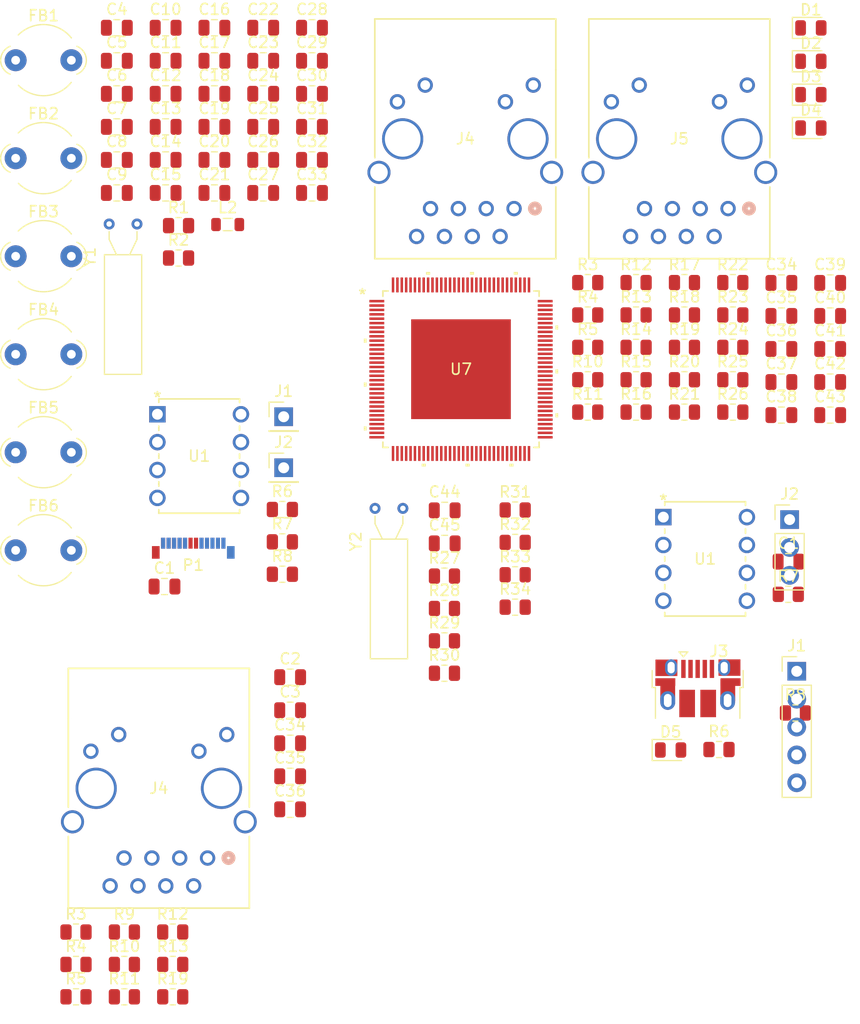
<source format=kicad_pcb>
(kicad_pcb (version 20240108) (generator "pcbnew") (generator_version "8.0")
  (layers (0 "F.Cu" signal) (31 "B.Cu" signal) (34 "B.Paste" user) (35 "F.Paste" user) (36 "B.SilkS" user "B.Silkscreen") (37 "F.SilkS" user "F.Silkscreen") (38 "B.Mask" user) (39 "F.Mask" user) (44 "Edge.Cuts" user))
  (net 0 "")
  (net 1 "GND")
  (net 2 "+3V3")
  (net 3 "Net-(D5-A)")
  (net 4 "VDDCR")
  (net 5 "SCL")
  (net 6 "VDDCORE")
  (net 7 "Net-(U7C-VDD33BIAS)")
  (net 8 "Net-(U7C-GNDANA)")
  (net 9 "Net-(U7C-VDDANA)")
  (net 10 "Net-(U7C-VDD12TX1)")
  (net 11 "Net-(U7D-OSCI)")
  (net 12 "Net-(U7D-OSCO)")
  (net 13 "Net-(U7F-TXPA)")
  (net 14 "Net-(U7F-TXNA)")
  (net 15 "Net-(U7F-RXPA)")
  (net 16 "Net-(U7F-RXNA)")
  (net 17 "Net-(C38-Pad1)")
  (net 18 "Net-(U7F-RXNB)")
  (net 19 "Net-(U7F-TXNB)")
  (net 20 "Net-(U7F-RXPB)")
  (net 21 "Net-(U7F-TXPB)")
  (net 22 "Net-(C43-Pad1)")
  (net 23 "/Microcontroller/XOUT32")
  (net 24 "/Microcontroller/XIN32")
  (net 25 "Net-(D1-K)")
  (net 26 "VDD33")
  (net 27 "Net-(D2-K)")
  (net 28 "Net-(D3-K)")
  (net 29 "Net-(D4-A)")
  (net 30 "CLK25")
  (net 31 "Net-(U7D-CLK_25{slash}CLK_25_EN{slash}XTAL_MODE)")
  (net 32 "LINK0")
  (net 33 "Net-(J4-Pad10)")
  (net 36 "Net-(J4-Pad11)")
  (net 37 "Net-(J5-Pad10)")
  (net 40 "Net-(J5-Pad11)")
  (net 41 "LINK1")
  (net 42 "Net-(U7C-VSW)")
  (net 43 "Net-(U7C-REG_EN)")
  (net 44 "Net-(U7D-RESETN_E53)")
  (net 45 "VDD33TXRX1")
  (net 46 "VDD33TXRX2")
  (net 47 "Net-(U7F-RUNLED{slash}STATE_RUNLED{slash}E2PSIZE{slash}EE_EMUL0{slash}LEDPOL3)")
  (net 48 "TCK")
  (net 49 "/MiscSignals/SCL")
  (net 50 "Net-(U7F-ERRLED{slash}PME{slash}100FD_B{slash}LEDPOL4)")
  (net 51 "PA17_TXEN")
  (net 52 "Net-(U7H-PA17)")
  (net 53 "PA18_TXD0")
  (net 54 "Net-(U7H-PA18)")
  (net 55 "PA19_TXD1")
  (net 56 "Net-(U7H-PA19)")
  (net 57 "Net-(U7I-PB22)")
  (net 58 "Net-(U7B-TESTMODE)")
  (net 59 "Net-(U7B-IRQ{slash}LATCH1)")
  (net 60 "Net-(U7B-RBIAS)")
  (net 61 "PA21_MDIO")
  (net 62 "GPIO12")
  (net 63 "GPIO15")
  (net 64 "GPIO6")
  (net 65 "UART_RXD")
  (net 66 "GPIO9")
  (net 67 "PB12_R")
  (net 69 "GPIO5")
  (net 70 "GPIO8")
  (net 71 "PA02_AN")
  (net 73 "UART_RTS")
  (net 74 "PA12_RXD1")
  (net 75 "UART_CTS")
  (net 76 "QSPI_CLK")
  (net 77 "GPIO0")
  (net 78 "SYNC0")
  (net 79 "SWDCLK")
  (net 80 "PB31_PWM")
  (net 81 "GPIO2")
  (net 82 "PA14_REFCK")
  (net 83 "OSCVDD12")
  (net 84 "PA20_MDC")
  (net 85 "PB06")
  (net 87 "GPIO3")
  (net 88 "PA16_RXDV")
  (net 89 "PA13_RXD0")
  (net 91 "PB09")
  (net 92 "GPIO4")
  (net 93 "PB00")
  (net 94 "QSPI_SIO1")
  (net 95 "PB15_MISO")
  (net 96 "QSPI_SIO0")
  (net 97 "SWO")
  (net 98 "QSPI_CSn")
  (net 99 "PB08")
  (net 100 "QSPI_SIO2")
  (net 102 "PA27")
  (net 103 "PB13_R")
  (net 104 "PB01_INT")
  (net 105 "PB03_URXD")
  (net 106 "PA15_RXER")
  (net 107 "SWDIO")
  (net 108 "PB02_UTXD")
  (net 109 "PA03_RST")
  (net 110 "USB0_N")
  (net 112 "GPIO10")
  (net 113 "SYNC1")
  (net 114 "GPIO13")
  (net 115 "PA23_SCL")
  (net 116 "PB05")
  (net 117 "UART_TXD")
  (net 118 "USB0_P")
  (net 119 "PB04")
  (net 120 "PA22_SDA")
  (net 121 "PB14_R")
  (net 122 "GPIO14")
  (net 124 "QSPI_SIO3")
  (net 125 "GPIO11")
  (net 126 "GPIO1")
  (net 127 "PB07")
  (net 129 "GPIO7")
  (net 130 "VBUS")
  (net 132 "USBO_P")
  (net 133 "Net-(P1-CC)")
  (net 134 "Net-(U1-WP)")
  (net 136 "TMS")
  (net 137 "/MiscSignals/SDA")
  (net 138 "SDA")
  (net 139 "Net-(C36-Pad1)")
  (footprint "Capacitor_SMD:C_0805_2012Metric" (layer "F.Cu") (at 169.1 85.99)
    (property "Reference" "C37" (at 0 -1.68 0) (layer "F.SilkS"))
    (property "Value" "10p")
    (pad "1" smd roundrect (at -0.95 0) (size 1 1.45) (layers "F.Cu" "F.Paste" "F.Mask") (net 16 "Net-(U7F-RXNA)"))
    (pad "2" smd roundrect (at 0.95 0) (size 1 1.45) (layers "F.Cu" "F.Paste" "F.Mask") (net 1 "GND"))
  )
  (footprint "Capacitor_SMD:C_0805_2012Metric" (layer "F.Cu") (at 126.29 56.72)
    (property "Reference" "C29" (at 0 -1.68 0) (layer "F.SilkS"))
    (property "Value" "10u")
    (pad "1" smd roundrect (at -0.95 0) (size 1 1.45) (layers "F.Cu" "F.Paste" "F.Mask") (net 10 "Net-(U7C-VDD12TX1)"))
    (pad "2" smd roundrect (at 0.95 0) (size 1 1.45) (layers "F.Cu" "F.Paste" "F.Mask") (net 1 "GND"))
  )
  (footprint "Capacitor_SMD:C_0805_2012Metric" (layer "F.Cu") (at 126.29 68.76)
    (property "Reference" "C33" (at 0 -1.68 0) (layer "F.SilkS"))
    (property "Value" "5p")
    (pad "1" smd roundrect (at -0.95 0) (size 1 1.45) (layers "F.Cu" "F.Paste" "F.Mask") (net 12 "Net-(U7D-OSCO)"))
    (pad "2" smd roundrect (at 0.95 0) (size 1 1.45) (layers "F.Cu" "F.Paste" "F.Mask") (net 1 "GND"))
  )
  (footprint "Capacitor_SMD:C_0805_2012Metric" (layer "F.Cu") (at 117.39 68.76)
    (property "Reference" "C21" (at 0 -1.68 0) (layer "F.SilkS"))
    (property "Value" "0.1u")
    (pad "1" smd roundrect (at -0.95 0) (size 1 1.45) (layers "F.Cu" "F.Paste" "F.Mask") (net 2 "+3V3"))
    (pad "2" smd roundrect (at 0.95 0) (size 1 1.45) (layers "F.Cu" "F.Paste" "F.Mask") (net 1 "GND"))
  )
  (footprint "Capacitor_SMD:C_0805_2012Metric" (layer "F.Cu") (at 117.39 65.75)
    (property "Reference" "C20" (at 0 -1.68 0) (layer "F.SilkS"))
    (property "Value" "0.1u")
    (pad "1" smd roundrect (at -0.95 0) (size 1 1.45) (layers "F.Cu" "F.Paste" "F.Mask") (net 4 "VDDCR"))
    (pad "2" smd roundrect (at 0.95 0) (size 1 1.45) (layers "F.Cu" "F.Paste" "F.Mask") (net 1 "GND"))
  )
  (footprint "24FC512:PDIP8_300MC_MCH" (layer "F.Cu") (at 158.3345 98.2952)
    (property "Reference" "U1" (at 3.81 3.81 0) (layer "F.SilkS"))
    (property "Value" "24FC512-I/P")
    (fp_text user "*" (at 0 -1.5113 0) (layer "F.SilkS"))
    (fp_text user "*" (at 0 -1.5113 0) (layer "F.SilkS"))
    (pad "1" thru_hole rect (at 0 0) (size 1.4986 1.4986) (drill 0.9906) (layers "*.Cu" "*.Mask") (net 1 "GND"))
    (pad "2" thru_hole circle (at 0 2.54) (size 1.4986 1.4986) (drill 0.9906) (layers "*.Cu" "*.Mask") (net 1 "GND"))
    (pad "3" thru_hole circle (at 0 5.08) (size 1.4986 1.4986) (drill 0.9906) (layers "*.Cu" "*.Mask") (net 1 "GND"))
    (pad "4" thru_hole circle (at 0 7.62) (size 1.4986 1.4986) (drill 0.9906) (layers "*.Cu" "*.Mask") (net 1 "GND"))
    (pad "5" thru_hole circle (at 7.62 7.62) (size 1.4986 1.4986) (drill 0.9906) (layers "*.Cu" "*.Mask") (net 138 "SDA"))
    (pad "6" thru_hole circle (at 7.62 5.08) (size 1.4986 1.4986) (drill 0.9906) (layers "*.Cu" "*.Mask") (net 5 "SCL"))
    (pad "7" thru_hole circle (at 7.62 2.54) (size 1.4986 1.4986) (drill 0.9906) (layers "*.Cu" "*.Mask") (net 134 "Net-(U1-WP)"))
    (pad "8" thru_hole circle (at 7.62 0) (size 1.4986 1.4986) (drill 0.9906) (layers "*.Cu" "*.Mask") (net 2 "+3V3"))
  )
  (footprint "Connector_PinHeader_2.54mm:PinHeader_1x05_P2.54mm_Vertical" (layer "F.Cu") (at 170.5 112.34)
    (property "Reference" "J1" (at 0 -2.33 0) (layer "F.SilkS"))
    (property "Value" "Conn_01x05")
    (pad "1" thru_hole rect (at 0 0) (size 1.7 1.7) (drill 1) (layers "*.Cu" "*.Mask") (net 48 "TCK"))
    (pad "2" thru_hole oval (at 0 2.54) (size 1.7 1.7) (drill 1) (layers "*.Cu" "*.Mask") (net 136 "TMS"))
    (pad "3" thru_hole oval (at 0 5.08) (size 1.7 1.7) (drill 1) (layers "*.Cu" "*.Mask") (net 32 "LINK0"))
    (pad "4" thru_hole oval (at 0 7.62) (size 1.7 1.7) (drill 1) (layers "*.Cu" "*.Mask") (net 41 "LINK1"))
    (pad "5" thru_hole oval (at 0 10.16) (size 1.7 1.7) (drill 1) (layers "*.Cu" "*.Mask") (net 1 "GND"))
  )
  (footprint "Resistor_SMD:R_0805_2012Metric" (layer "F.Cu") (at 160.26 76.93)
    (property "Reference" "R17" (at 0 -1.65 0) (layer "F.SilkS"))
    (property "Value" "49.9")
    (pad "1" smd roundrect (at -0.9125 0) (size 1.025 1.4) (layers "F.Cu" "F.Paste" "F.Mask") (roundrect_rratio 0.243902) (net 46 "VDD33TXRX2"))
    (pad "2" smd roundrect (at 0.9125 0) (size 1.025 1.4) (layers "F.Cu" "F.Paste" "F.Mask") (roundrect_rratio 0.243902) (net 21 "Net-(U7F-TXPB)"))
  )
  (footprint "Resistor_SMD:R_0805_2012Metric" (layer "F.Cu") (at 163.41 119.47)
    (property "Reference" "R6" (at 0 -1.65 0) (layer "F.SilkS"))
    (property "Value" "2.2k")
    (pad "1" smd roundrect (at -0.9125 0) (size 1.025 1.4) (layers "F.Cu" "F.Paste" "F.Mask") (roundrect_rratio 0.243902) (net 130 "VBUS"))
    (pad "2" smd roundrect (at 0.9125 0) (size 1.025 1.4) (layers "F.Cu" "F.Paste" "F.Mask") (roundrect_rratio 0.243902) (net 3 "Net-(D5-A)"))
  )
  (footprint "Capacitor_SMD:C_0805_2012Metric" (layer "F.Cu") (at 112.8375 104.62)
    (property "Reference" "C1" (at 0 -1.68 0) (layer "F.SilkS"))
    (property "Value" "0.1u")
    (pad "1" smd roundrect (at -0.95 0) (size 1 1.45) (layers "F.Cu" "F.Paste" "F.Mask") (net 2 "+3V3"))
    (pad "2" smd roundrect (at 0.95 0) (size 1 1.45) (layers "F.Cu" "F.Paste" "F.Mask") (net 1 "GND"))
  )
  (footprint "Resistor_SMD:R_0805_2012Metric" (layer "F.Cu") (at 123.5875 103.5)
    (property "Reference" "R8" (at 0 -1.65 0) (layer "F.SilkS"))
    (property "Value" "10k")
    (pad "1" smd roundrect (at -0.9125 0) (size 1.025 1.4) (layers "F.Cu" "F.Paste" "F.Mask") (roundrect_rratio 0.243902) (net 2 "+3V3"))
    (pad "2" smd roundrect (at 0.9125 0) (size 1.025 1.4) (layers "F.Cu" "F.Paste" "F.Mask") (roundrect_rratio 0.243902) (net 48 "TCK"))
  )
  (footprint "Capacitor_SMD:C_0805_2012Metric" (layer "F.Cu") (at 108.49 56.72)
    (property "Reference" "C5" (at 0 -1.68 0) (layer "F.SilkS"))
    (property "Value" "10u")
    (pad "1" smd roundrect (at -0.95 0) (size 1 1.45) (layers "F.Cu" "F.Paste" "F.Mask") (net 2 "+3V3"))
    (pad "2" smd roundrect (at 0.95 0) (size 1 1.45) (layers "F.Cu" "F.Paste" "F.Mask") (net 1 "GND"))
  )
  (footprint "J0011D01BNL:CONN12_011D01BNL_PUL" (layer "F.Cu") (at 164.237894 70.1852)
    (property "Reference" "J5" (at -4.445 -6.355 0) (layer "F.SilkS"))
    (property "Value" "J0011D01BNL")
    (pad "1" thru_hole circle (at 0 0) (size 1.397 1.397) (drill 0.889) (layers "*.Cu" "*.Mask") (net 18 "Net-(U7F-RXNB)"))
    (pad "2" thru_hole circle (at -1.27 2.54) (size 1.397 1.397) (drill 0.889) (layers "*.Cu" "*.Mask") (net 19 "Net-(U7F-TXNB)"))
    (pad "3" thru_hole circle (at -2.54 0) (size 1.397 1.397) (drill 0.889) (layers "*.Cu" "*.Mask") (net 20 "Net-(U7F-RXPB)"))
    (pad "4" thru_hole circle (at -3.81 2.54) (size 1.397 1.397) (drill 0.889) (layers "*.Cu" "*.Mask") (net 22 "Net-(C43-Pad1)"))
    (pad "5" thru_hole circle (at -5.08 0) (size 1.397 1.397) (drill 0.889) (layers "*.Cu" "*.Mask") (net 22 "Net-(C43-Pad1)"))
    (pad "6" thru_hole circle (at -6.35 2.54) (size 1.397 1.397) (drill 0.889) (layers "*.Cu" "*.Mask") (net 21 "Net-(U7F-TXPB)"))
    (pad "7" thru_hole circle (at -7.62 0) (size 1.397 1.397) (drill 0.889) (layers "*.Cu" "*.Mask"))
    (pad "8" thru_hole circle (at -8.89 2.54) (size 1.397 1.397) (drill 0.889) (layers "*.Cu" "*.Mask") (net 1 "GND"))
    (pad "9" thru_hole circle (at 1.753 -11.25) (size 1.397 1.397) (drill 0.889) (layers "*.Cu" "*.Mask") (net 41 "LINK1"))
    (pad "10" thru_hole circle (at -0.787 -9.73) (size 1.397 1.397) (drill 0.889) (layers "*.Cu" "*.Mask") (net 37 "Net-(J5-Pad10)"))
    (pad "11" thru_hole circle (at -8.103 -11.25) (size 1.397 1.397) (drill 0.889) (layers "*.Cu" "*.Mask") (net 40 "Net-(J5-Pad11)"))
    (pad "12" thru_hole circle (at -10.643 -9.73) (size 1.397 1.397) (drill 0.889) (layers "*.Cu" "*.Mask"))
    (pad "13" thru_hole circle (at -10.16 -6.35 90) (size 3.7592 3.7592) (drill 3.2512) (layers "*.Cu" "*.Mask"))
    (pad "14" thru_hole circle (at 1.27 -6.35 90) (size 3.7592 3.7592) (drill 3.2512) (layers "*.Cu" "*.Mask"))
    (pad "15" thru_hole circle (at -12.319998 -3.3 90) (size 2.1082 2.1082) (drill 1.6002) (layers "*.Cu" "*.Mask"))
    (pad "16" thru_hole circle (at 3.429998 -3.3 90) (size 2.1082 2.1082) (drill 1.6002) (layers "*.Cu" "*.Mask"))
  )
  (footprint "Capacitor_SMD:C_0805_2012Metric" (layer "F.Cu") (at 126.29 62.74)
    (property "Reference" "C31" (at 0 -1.68 0) (layer "F.SilkS"))
    (property "Value" "10u")
    (pad "1" smd roundrect (at -0.95 0) (size 1 1.45) (layers "F.Cu" "F.Paste" "F.Mask") (net 4 "VDDCR"))
    (pad "2" smd roundrect (at 0.95 0) (size 1 1.45) (layers "F.Cu" "F.Paste" "F.Mask") (net 1 "GND"))
  )
  (footprint "Resistor_SMD:R_0805_2012Metric" (layer "F.Cu") (at 144.82 106.5)
    (property "Reference" "R34" (at 0 -1.65 0) (layer "F.SilkS"))
    (property "Value" "12.1k")
    (pad "1" smd roundrect (at -0.9125 0) (size 1.025 1.4) (layers "F.Cu" "F.Paste" "F.Mask") (roundrect_rratio 0.243902) (net 60 "Net-(U7B-RBIAS)"))
    (pad "2" smd roundrect (at 0.9125 0) (size 1.025 1.4) (layers "F.Cu" "F.Paste" "F.Mask") (roundrect_rratio 0.243902) (net 1 "GND"))
  )
  (footprint "Resistor_SMD:R_0805_2012Metric" (layer "F.Cu") (at 169.73 105.33)
    (property "Reference" "R7" (at 0 -1.65 0) (layer "F.SilkS"))
    (property "Value" "10k")
    (pad "1" smd roundrect (at -0.9125 0) (size 1.025 1.4) (layers "F.Cu" "F.Paste" "F.Mask") (roundrect_rratio 0.243902) (net 134 "Net-(U1-WP)"))
    (pad "2" smd roundrect (at 0.9125 0) (size 1.025 1.4) (layers "F.Cu" "F.Paste" "F.Mask") (roundrect_rratio 0.243902) (net 1 "GND"))
  )
  (footprint "Capacitor_SMD:C_0805_2012Metric" (layer "F.Cu") (at 169.1 89)
    (property "Reference" "C38" (at 0 -1.68 0) (layer "F.SilkS"))
    (property "Value" "0.022u")
    (pad "1" smd roundrect (at -0.95 0) (size 1 1.45) (layers "F.Cu" "F.Paste" "F.Mask") (net 17 "Net-(C38-Pad1)"))
    (pad "2" smd roundrect (at 0.95 0) (size 1 1.45) (layers "F.Cu" "F.Paste" "F.Mask") (net 1 "GND"))
  )
  (footprint "Capacitor_SMD:C_0805_2012Metric" (layer "F.Cu") (at 121.84 62.74)
    (property "Reference" "C25" (at 0 -1.68 0) (layer "F.SilkS"))
    (property "Value" "100n")
    (pad "1" smd roundrect (at -0.95 0) (size 1 1.45) (layers "F.Cu" "F.Paste" "F.Mask") (net 6 "VDDCORE"))
    (pad "2" smd roundrect (at 0.95 0) (size 1 1.45) (layers "F.Cu" "F.Paste" "F.Mask") (net 1 "GND"))
  )
  (footprint "Diode_SMD:D_0805_2012Metric" (layer "F.Cu") (at 171.79 59.805)
    (property "Reference" "D3" (at 0 -1.65 0) (layer "F.SilkS"))
    (property "Value" "D")
    (pad "1" smd roundrect (at -0.9375 0) (size 0.975 1.4) (layers "F.Cu" "F.Paste" "F.Mask") (net 28 "Net-(D3-K)"))
    (pad "2" smd roundrect (at 0.9375 0) (size 0.975 1.4) (layers "F.Cu" "F.Paste" "F.Mask") (net 26 "VDD33"))
  )
  (footprint "Capacitor_SMD:C_0805_2012Metric" (layer "F.Cu") (at 117.39 62.74)
    (property "Reference" "C19" (at 0 -1.68 0) (layer "F.SilkS"))
    (property "Value" "0.1u")
    (pad "1" smd roundrect (at -0.95 0) (size 1 1.45) (layers "F.Cu" "F.Paste" "F.Mask") (net 2 "+3V3"))
    (pad "2" smd roundrect (at 0.95 0) (size 1 1.45) (layers "F.Cu" "F.Paste" "F.Mask") (net 1 "GND"))
  )
  (footprint "Diode_SMD:D_0805_2012Metric" (layer "F.Cu") (at 171.79 56.765)
    (property "Reference" "D2" (at 0 -1.65 0) (layer "F.SilkS"))
    (property "Value" "D")
    (pad "1" smd roundrect (at -0.9375 0) (size 0.975 1.4) (layers "F.Cu" "F.Paste" "F.Mask") (net 27 "Net-(D2-K)"))
    (pad "2" smd roundrect (at 0.9375 0) (size 0.975 1.4) (layers "F.Cu" "F.Paste" "F.Mask") (net 26 "VDD33"))
  )
  (footprint "J0011D01BNL:CONN12_011D01BNL_PUL" (layer "F.Cu") (at 144.719298 70.1852)
    (property "Reference" "J4" (at -4.445 -6.355 0) (layer "F.SilkS"))
    (property "Value" "J0011D01BNL")
    (pad "1" thru_hole circle (at 0 0) (size 1.397 1.397) (drill 0.889) (layers "*.Cu" "*.Mask") (net 13 "Net-(U7F-TXPA)"))
    (pad "2" thru_hole circle (at -1.27 2.54) (size 1.397 1.397) (drill 0.889) (layers "*.Cu" "*.Mask") (net 14 "Net-(U7F-TXNA)"))
    (pad "3" thru_hole circle (at -2.54 0) (size 1.397 1.397) (drill 0.889) (layers "*.Cu" "*.Mask") (net 15 "Net-(U7F-RXPA)"))
    (pad "4" thru_hole circle (at -3.81 2.54) (size 1.397 1.397) (drill 0.889) (layers "*.Cu" "*.Mask") (net 17 "Net-(C38-Pad1)"))
    (pad "5" thru_hole circle (at -5.08 0) (size 1.397 1.397) (drill 0.889) (layers "*.Cu" "*.Mask") (net 17 "Net-(C38-Pad1)"))
    (pad "6" thru_hole circle (at -6.35 2.54) (size 1.397 1.397) (drill 0.889) (layers "*.Cu" "*.Mask") (net 16 "Net-(U7F-RXNA)"))
    (pad "7" thru_hole circle (at -7.62 0) (size 1.397 1.397) (drill 0.889) (layers "*.Cu" "*.Mask"))
    (pad "8" thru_hole circle (at -8.89 2.54) (size 1.397 1.397) (drill 0.889) (layers "*.Cu" "*.Mask") (net 1 "GND"))
    (pad "9" thru_hole circle (at 1.753 -11.25) (size 1.397 1.397) (drill 0.889) (layers "*.Cu" "*.Mask") (net 32 "LINK0"))
    (pad "10" thru_hole circle (at -0.787 -9.73) (size 1.397 1.397) (drill 0.889) (layers "*.Cu" "*.Mask") (net 33 "Net-(J4-Pad10)"))
    (pad "11" thru_hole circle (at -8.103 -11.25) (size 1.397 1.397) (drill 0.889) (layers "*.Cu" "*.Mask") (net 36 "Net-(J4-Pad11)"))
    (pad "12" thru_hole circle (at -10.643 -9.73) (size 1.397 1.397) (drill 0.889) (layers "*.Cu" "*.Mask"))
    (pad "13" thru_hole circle (at -10.16 -6.35 90) (size 3.7592 3.7592) (drill 3.2512) (layers "*.Cu" "*.Mask"))
    (pad "14" thru_hole circle (at 1.27 -6.35 90) (size 3.7592 3.7592) (drill 3.2512) (layers "*.Cu" "*.Mask"))
    (pad "15" thru_hole circle (at -12.319998 -3.3 90) (size 2.1082 2.1082) (drill 1.6002) (layers "*.Cu" "*.Mask"))
    (pad "16" thru_hole circle (at 3.429998 -3.3 90) (size 2.1082 2.1082) (drill 1.6002) (layers "*.Cu" "*.Mask"))
  )
  (footprint "Resistor_SMD:R_0805_2012Metric" (layer "F.Cu") (at 170.38 116.14)
    (property "Reference" "R8" (at 0 -1.65 0) (layer "F.SilkS"))
    (property "Value" "10k")
    (pad "1" smd roundrect (at -0.9125 0) (size 1.025 1.4) (layers "F.Cu" "F.Paste" "F.Mask") (roundrect_rratio 0.243902) (net 2 "+3V3"))
    (pad "2" smd roundrect (at 0.9125 0) (size 1.025 1.4) (layers "F.Cu" "F.Paste" "F.Mask") (roundrect_rratio 0.243902) (net 48 "TCK"))
  )
  (footprint "Resistor_SMD:R_0805_2012Metric" (layer "F.Cu") (at 151.44 85.78)
    (property "Reference" "R10" (at 0 -1.65 0) (layer "F.SilkS"))
    (property "Value" "49.9")
    (pad "1" smd roundrect (at -0.9125 0) (size 1.025 1.4) (layers "F.Cu" "F.Paste" "F.Mask") (roundrect_rratio 0.243902) (net 45 "VDD33TXRX1"))
    (pad "2" smd roundrect (at 0.9125 0) (size 1.025 1.4) (layers "F.Cu" "F.Paste" "F.Mask") (roundrect_rratio 0.243902) (net 16 "Net-(U7F-RXNA)"))
  )
  (footprint "Resistor_SMD:R_0805_2012Metric" (layer "F.Cu") (at 144.82 103.55)
    (property "Reference" "R33" (at 0 -1.65 0) (layer "F.SilkS"))
    (property "Value" "10k")
    (pad "1" smd roundrect (at -0.9125 0) (size 1.025 1.4) (layers "F.Cu" "F.Paste" "F.Mask") (roundrect_rratio 0.243902) (net 2 "+3V3"))
    (pad "2" smd roundrect (at 0.9125 0) (size 1.025 1.4) (layers "F.Cu" "F.Paste" "F.Mask") (roundrect_rratio 0.243902) (net 59 "Net-(U7B-IRQ{slash}LATCH1)"))
  )
  (footprint "Resistor_SMD:R_0805_2012Metric" (layer "F.Cu") (at 104.7675 136.1)
    (property "Reference" "R3" (at 0 -1.65 0) (layer "F.SilkS"))
    (property "Value" "49.9")
    (pad "1" smd roundrect (at -0.9125 0) (size 1.025 1.4) (layers "F.Cu" "F.Paste" "F.Mask") (roundrect_rratio 0.243902) (net 45 "VDD33TXRX1"))
    (pad "2" smd roundrect (at 0.9125 0) (size 1.025 1.4) (layers "F.Cu" "F.Paste" "F.Mask") (roundrect_rratio 0.243902) (net 13 "Net-(U7F-TXPA)"))
  )
  (footprint "Capacitor_SMD:C_0805_2012Metric" (layer "F.Cu") (at 138.39 97.68)
    (property "Reference" "C44" (at 0 -1.68 0) (layer "F.SilkS"))
    (property "Value" "10p")
    (pad "1" smd roundrect (at -0.95 0) (size 1 1.45) (layers "F.Cu" "F.Paste" "F.Mask") (net 23 "/Microcontroller/XOUT32"))
    (pad "2" smd roundrect (at 0.95 0) (size 1 1.45) (layers "F.Cu" "F.Paste" "F.Mask") (net 1 "GND"))
  )
  (footprint "J0011D01BNL:CONN12_011D01BNL_PUL" (layer "F.Cu") (at 116.766798 129.3552)
    (property "Reference" "J4" (at -4.445 -6.355 0) (layer "F.SilkS"))
    (property "Value" "J0011D01BNL")
    (pad "1" thru_hole circle (at 0 0) (size 1.397 1.397) (drill 0.889) (layers "*.Cu" "*.Mask") (net 13 "Net-(U7F-TXPA)"))
    (pad "2" thru_hole circle (at -1.27 2.54) (size 1.397 1.397) (drill 0.889) (layers "*.Cu" "*.Mask") (net 14 "Net-(U7F-TXNA)"))
    (pad "3" thru_hole circle (at -2.54 0) (size 1.397 1.397) (drill 0.889) (layers "*.Cu" "*.Mask") (net 15 "Net-(U7F-RXPA)"))
    (pad "4" thru_hole circle (at -3.81 2.54) (size 1.397 1.397) (drill 0.889) (layers "*.Cu" "*.Mask") (net 139 "Net-(C36-Pad1)"))
    (pad "5" thru_hole circle (at -5.08 0) (size 1.397 1.397) (drill 0.889) (layers "*.Cu" "*.Mask") (net 139 "Net-(C36-Pad1)"))
    (pad "6" thru_hole circle (at -6.35 2.54) (size 1.397 1.397) (drill 0.889) (layers "*.Cu" "*.Mask") (net 16 "Net-(U7F-RXNA)"))
    (pad "7" thru_hole circle (at -7.62 0) (size 1.397 1.397) (drill 0.889) (layers "*.Cu" "*.Mask"))
    (pad "8" thru_hole circle (at -8.89 2.54) (size 1.397 1.397) (drill 0.889) (layers "*.Cu" "*.Mask") (net 1 "GND"))
    (pad "9" thru_hole circle (at 1.753 -11.25) (size 1.397 1.397) (drill 0.889) (layers "*.Cu" "*.Mask") (net 32 "LINK0"))
    (pad "10" thru_hole circle (at -0.787 -9.73) (size 1.397 1.397) (drill 0.889) (layers "*.Cu" "*.Mask") (net 33 "Net-(J4-Pad10)"))
    (pad "11" thru_hole circle (at -8.103 -11.25) (size 1.397 1.397) (drill 0.889) (layers "*.Cu" "*.Mask") (net 36 "Net-(J4-Pad11)"))
    (pad "12" thru_hole circle (at -10.643 -9.73) (size 1.397 1.397) (drill 0.889) (layers "*.Cu" "*.Mask"))
    (pad "13" thru_hole circle (at -10.16 -6.35 90) (size 3.7592 3.7592) (drill 3.2512) (layers "*.Cu" "*.Mask"))
    (pad "14" thru_hole circle (at 1.27 -6.35 90) (size 3.7592 3.7592) (drill 3.2512) (layers "*.Cu" "*.Mask"))
    (pad "15" thru_hole circle (at -12.319998 -3.3 90) (size 2.1082 2.1082) (drill 1.6002) (layers "*.Cu" "*.Mask"))
    (pad "16" thru_hole circle (at 3.429998 -3.3 90) (size 2.1082 2.1082) (drill 1.6002) (layers "*.Cu" "*.Mask"))
  )
  (footprint "Resistor_SMD:R_0805_2012Metric" (layer "F.Cu") (at 164.67 85.78)
    (property "Reference" "R25" (at 0 -1.65 0) (layer "F.SilkS"))
    (property "Value" "10k")
    (pad "1" smd roundrect (at -0.9125 0) (size 1.025 1.4) (layers "F.Cu" "F.Paste" "F.Mask") (roundrect_rratio 0.243902) (net 2 "+3V3"))
    (pad "2" smd roundrect (at 0.9125 0) (size 1.025 1.4) (layers "F.Cu" "F.Paste" "F.Mask") (roundrect_rratio 0.243902) (net 48 "TCK"))
  )
  (footprint "Ferrite_THT:LairdTech_28C0236-0JW-10" (layer "F.Cu") (at 99.262832 101.32)
    (property "Reference" "FB6" (at 2.54 -4.064 0) (layer "F.SilkS"))
    (property "Value" "33R")
    (pad "1" thru_hole circle (at 0 0) (size 2 2) (drill 0.8) (layers "*.Cu" "*.Mask") (net 30 "CLK25"))
    (pad "2" thru_hole circle (at 5.08 0) (size 2 2) (drill 0.8) (layers "*.Cu" "*.Mask") (net 31 "Net-(U7D-CLK_25{slash}CLK_25_EN{slash}XTAL_MODE)"))
  )
  (footprint "Connector_USB:USB_Micro-B_Amphenol_10103594-0001LF_Horizontal" (layer "F.Cu") (at 161.49 113.89)
    (property "Reference" "J3" (at 1.925 -3.365 0) (layer "F.SilkS"))
    (property "Value" "USB_B_Micro")
    (pad "1" smd rect (at -1.325 -1.765 90) (size 1.65 0.4) (layers "F.Cu" "F.Paste" "F.Mask") (net 130 "VBUS"))
    (pad "2" smd rect (at -0.675 -1.765 90) (size 1.65 0.4) (layers "F.Cu" "F.Paste" "F.Mask") (net 110 "USB0_N"))
    (pad "3" smd rect (at -0.025 -1.765 90) (size 1.65 0.4) (layers "F.Cu" "F.Paste" "F.Mask") (net 118 "USB0_P"))
    (pad "4" smd rect (at 0.625 -1.765 90) (size 1.65 0.4) (layers "F.Cu" "F.Paste" "F.Mask"))
    (pad "5" smd rect (at 1.275 -1.765 90) (size 1.65 0.4) (layers "F.Cu" "F.Paste" "F.Mask") (net 1 "GND"))
    (pad "6" smd rect (at -2.975 -0.565) (size 1.825 0.7) (layers "F.Cu" "F.Paste" "F.Mask") (net 1 "GND"))
    (pad "6" smd rect (at -2.875 -1.865) (size 2 1.5) (layers "F.Cu" "F.Paste" "F.Mask") (net 1 "GND"))
    (pad "6" smd rect (at -2.755 0.185) (size 1.35 2) (layers "F.Cu" "F.Paste" "F.Mask") (net 1 "GND"))
    (pad "6" thru_hole oval (at -2.755 1.115 90) (size 1.7 1.35) (drill oval 1.2 0.7) (layers "*.Cu" "*.Mask") (net 1 "GND"))
    (pad "6" thru_hole oval (at -2.445 -1.885 90) (size 1.5 1.1) (drill oval 1.05 0.65) (layers "*.Cu" "*.Mask") (net 1 "GND"))
    (pad "6" smd rect (at -0.985 1.385 90) (size 2.5 1.43) (layers "F.Cu" "F.Paste" "F.Mask") (net 1 "GND"))
    (pad "6" smd rect (at 0.935 1.385 90) (size 2.5 1.43) (layers "F.Cu" "F.Paste" "F.Mask") (net 1 "GND"))
    (pad "6" thru_hole oval (at 2.395 -1.885 90) (size 1.5 1.1) (drill oval 1.05 0.65) (layers "*.Cu" "*.Mask") (net 1 "GND"))
    (pad "6" thru_hole oval (at 2.705 1.115 90) (size 1.7 1.35) (drill oval 1.2 0.7) (layers "*.Cu" "*.Mask") (net 1 "GND"))
    (pad "6" smd rect (at 2.725 0.185) (size 1.35 2) (layers "F.Cu" "F.Paste" "F.Mask") (net 1 "GND"))
    (pad "6" smd rect (at 2.875 -1.885) (size 2 1.5) (layers "F.Cu" "F.Paste" "F.Mask") (net 1 "GND"))
    (pad "6" smd rect (at 2.975 -0.565) (size 1.825 0.7) (layers "F.Cu" "F.Paste" "F.Mask") (net 1 "GND"))
  )
  (footprint "Capacitor_SMD:C_0805_2012Metric" (layer "F.Cu") (at 169.1 79.97)
    (property "Reference" "C35" (at 0 -1.68 0) (layer "F.SilkS"))
    (property "Value" "10p")
    (pad "1" smd roundrect (at -0.95 0) (size 1 1.45) (layers "F.Cu" "F.Paste" "F.Mask") (net 14 "Net-(U7F-TXNA)"))
    (pad "2" smd roundrect (at 0.95 0) (size 1 1.45) (layers "F.Cu" "F.Paste" "F.Mask") (net 1 "GND"))
  )
  (footprint "Ferrite_THT:LairdTech_28C0236-0JW-10" (layer "F.Cu") (at 99.262832 56.67)
    (property "Reference" "FB1" (at 2.54 -4.064 0) (layer "F.SilkS"))
    (property "Value" "220R")
    (pad "1" thru_hole circle (at 0 0) (size 2 2) (drill 0.8) (layers "*.Cu" "*.Mask") (net 45 "VDD33TXRX1"))
    (pad "2" thru_hole circle (at 5.08 0) (size 2 2) (drill 0.8) (layers "*.Cu" "*.Mask") (net 2 "+3V3"))
  )
  (footprint "Connector_PinHeader_2.54mm:PinHeader_1x03_P2.54mm_Vertical" (layer "F.Cu") (at 169.85 98.52)
    (property "Reference" "J2" (at 0 -2.33 0) (layer "F.SilkS"))
    (property "Value" "Conn_01x03")
    (pad "1" thru_hole rect (at 0 0) (size 1.7 1.7) (drill 1) (layers "*.Cu" "*.Mask") (net 5 "SCL"))
    (pad "2" thru_hole oval (at 0 2.54) (size 1.7 1.7) (drill 1) (layers "*.Cu" "*.Mask") (net 138 "SDA"))
    (pad "3" thru_hole oval (at 0 5.08) (size 1.7 1.7) (drill 1) (layers "*.Cu" "*.Mask") (net 1 "GND"))
  )
  (footprint "Capacitor_SMD:C_0805_2012Metric" (layer "F.Cu") (at 112.94 65.75)
    (property "Reference" "C14" (at 0 -1.68 0) (layer "F.SilkS"))
    (property "Value" "0.1u")
    (pad "1" smd roundrect (at -0.95 0) (size 1 1.45) (layers "F.Cu" "F.Paste" "F.Mask") (net 2 "+3V3"))
    (pad "2" smd roundrect (at 0.95 0) (size 1 1.45) (layers "F.Cu" "F.Paste" "F.Mask") (net 1 "GND"))
  )
  (footprint "Capacitor_SMD:C_0805_2012Metric" (layer "F.Cu") (at 108.49 65.75)
    (property "Reference" "C8" (at 0 -1.68 0) (layer "F.SilkS"))
    (property "Value" "0.1u")
    (pad "1" smd roundrect (at -0.95 0) (size 1 1.45) (layers "F.Cu" "F.Paste" "F.Mask") (net 2 "+3V3"))
    (pad "2" smd roundrect (at 0.95 0) (size 1 1.45) (layers "F.Cu" "F.Paste" "F.Mask") (net 1 "GND"))
  )
  (footprint "Capacitor_SMD:C_0805_2012Metric" (layer "F.Cu") (at 121.84 53.71)
    (property "Reference" "C22" (at 0 -1.68 0) (layer "F.SilkS"))
    (property "Value" "4.7u")
    (pad "1" smd roundrect (at -0.95 0) (size 1 1.45) (layers "F.Cu" "F.Paste" "F.Mask") (net 6 "VDDCORE"))
    (pad "2" smd roundrect (at 0.95 0) (size 1 1.45) (layers "F.Cu" "F.Paste" "F.Mask") (net 1 "GND"))
  )
  (footprint "Ferrite_THT:LairdTech_28C0236-0JW-10" (layer "F.Cu") (at 99.262832 74.53)
    (property "Reference" "FB3" (at 2.54 -4.064 0) (layer "F.SilkS"))
    (property "Value" "220R")
    (pad "1" thru_hole circle (at 0 0) (size 2 2) (drill 0.8) (layers "*.Cu" "*.Mask") (net 2 "+3V3"))
    (pad "2" thru_hole circle (at 5.08 0) (size 2 2) (drill 0.8) (layers "*.Cu" "*.Mask") (net 7 "Net-(U7C-VDD33BIAS)"))
  )
  (footprint "Resistor_SMD:R_0805_2012Metric" (layer "F.Cu") (at 138.37 103.67)
    (property "Reference" "R27" (at 0 -1.65 0) (layer "F.SilkS"))
    (property "Value" "33")
    (pad "1" smd roundrect (at -0.9125 0) (size 1.025 1.4) (layers "F.Cu" "F.Paste" "F.Mask") (roundrect_rratio 0.243902) (net 52 "Net-(U7H-PA17)"))
    (pad "2" smd roundrect (at 0.9125 0) (size 1.025 1.4) (layers "F.Cu" "F.Paste" "F.Mask") (roundrect_rratio 0.243902) (net 51 "PA17_TXEN"))
  )
  (footprint "Capacitor_SMD:C_0805_2012Metric" (layer "F.Cu") (at 124.2975 112.88)
    (property "Reference" "C2" (at 0 -1.68 0) (layer "F.SilkS"))
    (property "Value" "10p")
    (pad "1" smd roundrect (at -0.95 0) (size 1 1.45) (layers "F.Cu" "F.Paste" "F.Mask") (net 13 "Net-(U7F-TXPA)"))
    (pad "2" smd roundrect (at 0.95 0) (size 1 1.45) (layers "F.Cu" "F.Paste" "F.Mask") (net 1 "GND"))
  )
  (footprint "Capacitor_SMD:C_0805_2012Metric" (layer "F.Cu") (at 117.39 59.73)
    (property "Reference" "C18" (at 0 -1.68 0) (layer "F.SilkS"))
    (property "Value" "0.1u")
    (pad "1" smd roundrect (at -0.95 0) (size 1 1.45) (layers "F.Cu" "F.Paste" "F.Mask") (net 46 "VDD33TXRX2"))
    (pad "2" smd roundrect (at 0.95 0) (size 1 1.45) (layers "F.Cu" "F.Paste" "F.Mask") (net 1 "GND"))
  )
  (footprint "Connector_USB:USB_C_Plug_Molex_105444" (layer "F.Cu") (at 115.4625 100.63)
    (property "Reference" "P1" (at 0 2.04 0) (layer "F.SilkS"))
    (property "Value" "USB_C_Plug_USB2.0")
    (pad "A1" smd rect (at -2.75 0.04) (size 0.38 1) (layers "F.Cu" "F.Paste" "F.Mask") (net 1 "GND"))
    (pad "A2" smd rect (at -2.25 0.04) (size 0.38 1) (layers "F.Cu" "F.Paste" "F.Mask"))
    (pad "A3" smd rect (at -1.75 0.04) (size 0.38 1) (layers "F.Cu" "F.Paste" "F.Mask"))
    (pad "A4" smd rect (at -1.25 0.04) (size 0.38 1) (layers "F.Cu" "F.Paste" "F.Mask") (net 130 "VBUS"))
    (pad "A5" smd rect (at -0.75 0.04) (size 0.38 1) (layers "F.Cu" "F.Paste" "F.Mask") (net 133 "Net-(P1-CC)"))
    (pad "A6" smd rect (at -0.25 0.04) (size 0.38 1) (layers "F.Cu" "F.Paste" "F.Mask") (net 132 "USBO_P"))
    (pad "A7" smd rect (at 0.25 0.04) (size 0.38 1) (layers "F.Cu" "F.Paste" "F.Mask") (net 110 "USB0_N"))
    (pad "A8" smd rect (at 0.75 0.04) (size 0.38 1) (layers "F.Cu" "F.Paste" "F.Mask"))
    (pad "A9" smd rect (at 1.25 0.04) (size 0.38 1) (layers "F.Cu" "F.Paste" "F.Mask") (net 130 "VBUS"))
    (pad "A10" smd rect (at 1.75 0.04) (size 0.38 1) (layers "F.Cu" "F.Paste" "F.Mask"))
    (pad "A11" smd rect (at 2.25 0.04) (size 0.38 1) (layers "F.Cu" "F.Paste" "F.Mask"))
    (pad "A12" smd rect (at 2.75 0.04) (size 0.38 1) (layers "F.Cu" "F.Paste" "F.Mask") (net 1 "GND"))
    (pad "B1" smd rect (at 2.75 0.04) (size 0.38 1) (layers "B.Cu" "B.Paste" "B.Mask") (net 1 "GND"))
    (pad "B2" smd rect (at 2.25 0.04) (size 0.38 1) (layers "B.Cu" "B.Paste" "B.Mask"))
    (pad "B3" smd rect (at 1.75 0.04) (size 0.38 1) (layers "B.Cu" "B.Paste" "B.Mask"))
    (pad "B4" smd rect (at 1.25 0.04) (size 0.38 1) (layers "B.Cu" "B.Paste" "B.Mask") (net 130 "VBUS"))
    (pad "B5" smd rect (at 0.75 0.04) (size 0.38 1) (layers "B.Cu" "B.Paste" "B.Mask"))
    (pad "B8" smd rect (at -0.75 0.04) (size 0.38 1) (layers "B.Cu" "B.Paste" "B.Mask"))
    (pad "B9" smd rect (at -1.25 0.04) (size 0.38 1) (layers "B.Cu" "B.Paste" "B.Mask") (net 130 "VBUS"))
    (pad "B10" smd rect (at -1.75 0.04) (size 0.38 1) (layers "B.Cu" "B.Paste" "B.Mask"))
    (pad "B11" smd rect (at -2.25 0.04) (size 0.38 1) (layers "B.Cu" "B.Paste" "B.Mask"))
    (pad "B12" smd rect (at -2.75 0.04) (size 0.38 1) (layers "B.Cu" "B.Paste" "B.Mask") (net 1 "GND"))
    (pad "S1" smd rect (at -3.42 0.88) (size 0.7 1.15) (layers "F.Cu" "F.Paste" "F.Mask") (net 1 "GND"))
    (pad "S1" smd rect (at 3.42 0.88) (size 0.7 1.15) (layers "B.Cu" "B.Paste" "B.Mask") (net 1 "GND"))
  )
  (footprint "Resistor_SMD:R_0805_2012Metric" (layer "F.Cu") (at 160.26 82.83)
    (property "Reference" "R19" (at 0 -1.65 0) (layer "F.SilkS"))
    (property "Value" "330")
    (pad "1" smd roundrect (at -0.9125 0) (size 1.025 1.4) (layers "F.Cu" "F.Paste" "F.Mask") (roundrect_rratio 0.243902) (net 37 "Net-(J5-Pad10)"))
    (pad "2" smd roundrect (at 0.9125 0) (size 1.025 1.4) (layers "F.Cu" "F.Paste" "F.Mask") (roundrect_rratio 0.243902) (net 1 "GND"))
  )
  (footprint "Resistor_SMD:R_0805_2012Metric" (layer "F.Cu") (at 160.26 79.88)
    (property "Reference" "R18" (at 0 -1.65 0) (layer "F.SilkS"))
    (property "Value" "0")
    (pad "1" smd roundrect (at -0.9125 0) (size 1.025 1.4) (layers "F.Cu" "F.Paste" "F.Mask") (roundrect_rratio 0.243902) (net 46 "VDD33TXRX2"))
    (pad "2" smd roundrect (at 0.9125 0) (size 1.025 1.4) (layers "F.Cu" "F.Paste" "F.Mask") (roundrect_rratio 0.243902) (net 22 "Net-(C43-Pad1)"))
  )
  (footprint "Capacitor_SMD:C_0805_2012Metric" (layer "F.Cu") (at 169.1 82.98)
    (property "Reference" "C36" (at 0 -1.68 0) (layer "F.SilkS"))
    (property "Value" "10p")
    (pad "1" smd roundrect (at -0.95 0) (size 1 1.45) (layers "F.Cu" "F.Paste" "F.Mask") (net 15 "Net-(U7F-RXPA)"))
    (pad "2" smd roundrect (at 0.95 0) (size 1 1.45) (layers "F.Cu" "F.Paste" "F.Mask") (net 1 "GND"))
  )
  (footprint "Capacitor_SMD:C_0805_2012Metric" (layer "F.Cu") (at 108.49 62.74)
    (property "Reference" "C7" (at 0 -1.68 0) (layer "F.SilkS"))
    (property "Value" "0.1u")
    (pad "1" smd roundrect (at -0.95 0) (size 1 1.45) (layers "F.Cu" "F.Paste" "F.Mask") (net 2 "+3V3"))
    (pad "2" smd roundrect (at 0.95 0) (size 1 1.45) (layers "F.Cu" "F.Paste" "F.Mask") (net 1 "GND"))
  )
  (footprint "Capacitor_SMD:C_0805_2012Metric" (layer "F.Cu") (at 112.94 56.72)
    (property "Reference" "C11" (at 0 -1.68 0) (layer "F.SilkS"))
    (property "Value" "0.1u")
    (pad "1" smd roundrect (at -0.95 0) (size 1 1.45) (layers "F.Cu" "F.Paste" "F.Mask") (net 2 "+3V3"))
    (pad "2" smd roundrect (at 0.95 0) (size 1 1.45) (layers "F.Cu" "F.Paste" "F.Mask") (net 1 "GND"))
  )
  (footprint "Resistor_SMD:R_0805_2012Metric" (layer "F.Cu") (at 114.12 71.74)
    (property "Reference" "R1" (at 0 -1.65 0) (layer "F.SilkS"))
    (property "Value" "10k")
    (pad "1" smd roundrect (at -0.9125 0) (size 1.025 1.4) (layers "F.Cu" "F.Paste" "F.Mask") (roundrect_rratio 0.243902) (net 2 "+3V3"))
    (pad "2" smd roundrect (at 0.9125 0) (size 1.025 1.4) (layers "F.Cu" "F.Paste" "F.Mask") (roundrect_rratio 0.243902) (net 43 "Net-(U7C-REG_EN)"))
  )
  (footprint "Diode_SMD:D_0805_2012Metric" (layer "F.Cu") (at 171.79 53.725)
    (property "Reference" "D1" (at 0 -1.65 0) (layer "F.SilkS"))
    (property "Value" "D")
    (pad "1" smd roundrect (at -0.9375 0) (size 0.975 1.4) (layers "F.Cu" "F.Paste" "F.Mask") (net 25 "Net-(D1-K)"))
    (pad "2" smd roundrect (at 0.9375 0) (size 0.975 1.4) (layers "F.Cu" "F.Paste" "F.Mask") (net 26 "VDD33"))
  )
  (footprint "Resistor_SMD:R_0805_2012Metric" (layer "F.Cu") (at 151.44 88.73)
    (property "Reference" "R11" (at 0 -1.65 0) (layer "F.SilkS"))
    (property "Value" "0")
    (pad "1" smd roundrect (at -0.9125 0) (size 1.025 1.4) (layers "F.Cu" "F.Paste" "F.Mask") (roundrect_rratio 0.243902) (net 45 "VDD33TXRX1"))
    (pad "2" smd roundrect (at 0.9125 0) (size 1.025 1.4) (layers "F.Cu" "F.Paste" "F.Mask") (roundrect_rratio 0.243902) (net 17 "Net-(C38-Pad1)"))
  )
  (footprint "Crystal:Crystal_AT310_D3.0mm_L10.0mm_Horizontal" (layer "F.Cu") (at 107.79 71.59)
    (property "Reference" "Y1" (at -1.75 3 90) (layer "F.SilkS"))
    (property "Value" "25MHz")
    (pad "1" thru_hole circle (at 0 0) (size 1 1) (drill 0.5) (layers "*.Cu" "*.Mask") (net 12 "Net-(U7D-OSCO)"))
    (pad "2" thru_hole circle (at 2.54 0) (size 1 1) (drill 0.5) (layers "*.Cu" "*.Mask") (net 11 "Net-(U7D-OSCI)"))
  )
  (footprint "Capacitor_SMD:C_0805_2012Metric" (layer "F.Cu") (at 126.29 53.71)
    (property "Reference" "C28" (at 0 -1.68 0) (layer "F.SilkS"))
    (property "Value" "10u")
    (pad "1" smd roundrect (at -0.95 0) (size 1 1.45) (layers "F.Cu" "F.Paste" "F.Mask") (net 9 "Net-(U7C-VDDANA)"))
    (pad "2" smd roundrect (at 0.95 0) (size 1 1.45) (layers "F.Cu" "F.Paste" "F.Mask") (net 1 "GND"))
  )
  (footprint "Capacitor_SMD:C_0805_2012Metric" (layer "F.Cu") (at 173.55 89)
    (property "Reference" "C43" (at 0 -1.68 0) (layer "F.SilkS"))
    (property "Value" "0.022u")
    (pad "1" smd roundrect (at -0.95 0) (size 1 1.45) (layers "F.Cu" "F.Paste" "F.Mask") (net 22 "Net-(C43-Pad1)"))
    (pad "2" smd roundrect (at 0.95 0) (size 1 1.45) (layers "F.Cu" "F.Paste" "F.Mask") (net 1 "GND"))
  )
  (footprint "Capacitor_SMD:C_0805_2012Metric" (layer "F.Cu") (at 108.49 68.76)
    (property "Reference" "C9" (at 0 -1.68 0) (layer "F.SilkS"))
    (property "Value" "1u")
    (pad "1" smd roundrect (at -0.95 0) (size 1 1.45) (layers "F.Cu" "F.Paste" "F.Mask") (net 2 "+3V3"))
    (pad "2" smd roundrect (at 0.95 0) (size 1 1.45) (layers "F.Cu" "F.Paste" "F.Mask") (net 1 "GND"))
  )
  (footprint "Inductor_SMD:L_0805_2012Metric" (layer "F.Cu") (at 118.6 71.64)
    (property "Reference" "L2" (at 0 -1.55 0) (layer "F.SilkS"))
    (property "Value" "10u")
    (pad "1" smd roundrect (at -1.0625 0) (size 0.875 1.2) (layers "F.Cu" "F.Paste" "F.Mask") (net 6 "VDDCORE"))
    (pad "2" smd roundrect (at 1.0625 0) (size 0.875 1.2) (layers "F.Cu" "F.Paste" "F.Mask") (net 42 "Net-(U7C-VSW)"))
  )
  (footprint "Resistor_SMD:R_0805_2012Metric" (layer "F.Cu") (at 104.7675 142)
    (property "Reference" "R5" (at 0 -1.65 0) (layer "F.SilkS"))
    (property "Value" "49.9")
    (pad "1" smd roundrect (at -0.9125 0) (size 1.025 1.4) (layers "F.Cu" "F.Paste" "F.Mask") (roundrect_rratio 0.243902) (net 45 "VDD33TXRX1"))
    (pad "2" smd roundrect (at 0.9125 0) (size 1.025 1.4) (layers "F.Cu" "F.Paste" "F.Mask") (roundrect_rratio 0.243902) (net 15 "Net-(U7F-RXPA)"))
  )
  (footprint "Capacitor_SMD:C_0805_2012Metric" (layer "F.Cu") (at 108.49 53.71)
    (property "Reference" "C4" (at 0 -1.68 0) (layer "F.SilkS"))
    (property "Value" "10u")
    (pad "1" smd roundrect (at -0.95 0) (size 1 1.45) (layers "F.Cu" "F.Paste" "F.Mask") (net 2 "+3V3"))
    (pad "2" smd roundrect (at 0.95 0) (size 1 1.45) (layers "F.Cu" "F.Paste" "F.Mask") (net 1 "GND"))
  )
  (footprint "Resistor_SMD:R_0805_2012Metric" (layer "F.Cu") (at 144.82 100.6)
    (property "Reference" "R32" (at 0 -1.65 0) (layer "F.SilkS"))
    (property "Value" "10k")
    (pad "1" smd roundrect (at -0.9125 0) (size 1.025 1.4) (layers "F.Cu" "F.Paste" "F.Mask") (roundrect_rratio 0.243902) (net 2 "+3V3"))
    (pad "2" smd roundrect (at 0.9125 0) (size 1.025 1.4) (layers "F.Cu" "F.Paste" "F.Mask") (roundrect_rratio 0.243902) (net 58 "Net-(U7B-TESTMODE)"))
  )
  (footprint "Resistor_SMD:R_0805_2012Metric" (layer "F.Cu") (at 155.85 76.93)
    (property "Reference" "R12" (at 0 -1.65 0) (layer "F.SilkS"))
    (property "Value" "330")
    (pad "1" smd roundrect (at -0.9125 0) (size 1.025 1.4) (layers "F.Cu" "F.Paste" "F.Mask") (roundrect_rratio 0.243902) (net 33 "Net-(J4-Pad10)"))
    (pad "2" smd roundrect (at 0.9125 0) (size 1.025 1.4) (layers "F.Cu" "F.Paste" "F.Mask") (roundrect_rratio 0.243902) (net 1 "GND"))
  )
  (footprint "Capacitor_SMD:C_0805_2012Metric" (layer "F.Cu") (at 126.29 59.73)
    (property "Reference" "C30" (at 0 -1.68 0) (layer "F.SilkS"))
    (property "Value" "10u")
    (pad "1" smd roundrect (at -0.95 0) (size 1 1.45) (layers "F.Cu" "F.Paste" "F.Mask") (net 2 "+3V3"))
    (pad "2" smd roundrect (at 0.95 0) (size 1 1.45) (layers "F.Cu" "F.Paste" "F.Mask") (net 1 "GND"))
  )
  (footprint "Resistor_SMD:R_0805_2012Metric" (layer "F.Cu") (at 151.44 82.83)
    (property "Reference" "R5" (at 0 -1.65 0) (layer "F.SilkS"))
    (property "Value" "49.9")
    (pad "1" smd roundrect (at -0.9125 0) (size 1.025 1.4) (layers "F.Cu" "F.Paste" "F.Mask") (roundrect_rratio 0.243902) (net 45 "VDD33TXRX1"))
    (pad "2" smd roundrect (at 0.9125 0) (size 1.025 1.4) (layers "F.Cu" "F.Paste" "F.Mask") (roundrect_rratio 0.243902) (net 15 "Net-(U7F-RXPA)"))
  )
  (footprint "Resistor_SMD:R_0805_2012Metric" (layer "F.Cu") (at 160.26 85.78)
    (property "Reference" "R20" (at 0 -1.65 0) (layer "F.SilkS"))
    (property "Value" "330")
    (pad "1" smd roundrect (at -0.9125 0) (size 1.025 1.4) (layers "F.Cu" "F.Paste" "F.Mask") (roundrect_rratio 0.243902) (net 40 "Net-(J5-Pad11)"))
    (pad "2" smd roundrect (at 0.9125 0) (size 1.025 1.4) (layers "F.Cu" "F.Paste" "F.Mask") (roundrect_rratio 0.243902) (net 1 "GND"))
  )
  (footprint "Resistor_SMD:R_0805_2012Metric" (layer "F.Cu") (at 155.85 88.73)
    (property "Reference" "R16" (at 0 -1.65 0) (layer "F.SilkS"))
    (property "Value" "49.9")
    (pad "1" smd roundrect (at -0.9125 0) (size 1.025 1.4) (layers "F.Cu" "F.Paste" "F.Mask") (roundrect_rratio 0.243902) (net 46 "VDD33TXRX2"))
    (pad "2" smd roundrect (at 0.9125 0) (size 1.025 1.4) (layers "F.Cu" "F.Paste" "F.Mask") (roundrect_rratio 0.243902) (net 20 "Net-(U7F-RXPB)"))
  )
  (footprint "Capacitor_SMD:C_0805_2012Metric" (layer "F.Cu") (at 117.39 53.71)
    (property "Reference" "C16" (at 0 -1.68 0) (layer "F.SilkS"))
    (property "Value" "0.1u")
    (pad "1" smd roundrect (at -0.95 0) (size 1 1.45) (layers "F.Cu" "F.Paste" "F.Mask") (net 2 "+3V3"))
    (pad "2" smd roundrect (at 0.95 0) (size 1 1.45) (layers "F.Cu" "F.Paste" "F.Mask") (net 1 "GND"))
  )
  (footprint "Capacitor_SMD:C_0805_2012Metric" (layer "F.Cu") (at 126.29 65.75)
    (property "Reference" "C32" (at 0 -1.68 0) (layer "F.SilkS"))
    (property "Value" "5p")
    (pad "1" smd roundrect (at -0.95 0) (size 1 1.45) (layers "F.Cu" "F.Paste" "F.Mask") (net 11 "Net-(U7D-OSCI)"))
    (pad "2" smd roundrect (at 0.95 0) (size 1 1.45) (layers "F.Cu" "F.Paste" "F.Mask") (net 1 "GND"))
  )
  (footprint "Capacitor_SMD:C_0805_2012Metric" (layer "F.Cu") (at 173.55 76.96)
    (property "Reference" "C39" (at 0 -1.68 0) (layer "F.SilkS"))
    (property "Value" "10p")
    (pad "1" smd roundrect (at -0.95 0) (size 1 1.45) (layers "F.Cu" "F.Paste" "F.Mask") (net 18 "Net-(U7F-RXNB)"))
    (pad "2" smd roundrect (at 0.95 0) (size 1 1.45) (layers "F.Cu" "F.Paste" "F.Mask") (net 1 "GND"))
  )
  (footprint "Resistor_SMD:R_0805_2012Metric" (layer "F.Cu") (at 138.37 106.62)
    (property "Reference" "R28" (at 0 -1.65 0) (layer "F.SilkS"))
    (property "Value" "33")
    (pad "1" smd roundrect (at -0.9125 0) (size 1.025 1.4) (layers "F.Cu" "F.Paste" "F.Mask") (roundrect_rratio 0.243902) (net 53 "PA18_TXD0"))
    (pad "2" smd roundrect (at 0.9125 0) (size 1.025 1.4) (layers "F.Cu" "F.Paste" "F.Mask") (roundrect_rratio 0.243902) (net 54 "Net-(U7H-PA18)"))
  )
  (footprint "Capacitor_SMD:C_0805_2012Metric" (layer "F.Cu") (at 112.94 53.71)
    (property "Reference" "C10" (at 0 -1.68 0) (layer "F.SilkS"))
    (property "Value" "0.1u")
    (pad "1" smd roundrect (at -0.95 0) (size 1 1.45) (layers "F.Cu" "F.Paste" "F.Mask") (net 2 "+3V3"))
    (pad "2" smd roundrect (at 0.95 0) (size 1 1.45) (layers "F.Cu" "F.Paste" "F.Mask") (net 1 "GND"))
  )
  (footprint "Resistor_SMD:R_0805_2012Metric" (layer "F.Cu") (at 155.85 85.78)
    (property "Reference" "R15" (at 0 -1.65 0) (layer "F.SilkS"))
    (property "Value" "49.9")
    (pad "1" smd roundrect (at -0.9125 0) (size 1.025 1.4) (layers "F.Cu" "F.Paste" "F.Mask") (roundrect_rratio 0.243902) (net 46 "VDD33TXRX2"))
    (pad "2" smd roundrect (at 0.9125 0) (size 1.025 1.4) (layers "F.Cu" "F.Paste" "F.Mask") (roundrect_rratio 0.243902) (net 19 "Net-(U7F-TXNB)"))
  )
  (footprint "Capacitor_SMD:C_0805_2012Metric" (layer "F.Cu") (at 124.2975 121.91)
    (property "Reference" "C35" (at 0 -1.68 0) (layer "F.SilkS"))
    (property "Value" "10p")
    (pad "1" smd roundrect (at -0.95 0) (size 1 1.45) (layers "F.Cu" "F.Paste" "F.Mask") (net 16 "Net-(U7F-RXNA)"))
    (pad "2" smd roundrect (at 0.95 0) (size 1 1.45) (layers "F.Cu" "F.Paste" "F.Mask") (net 1 "GND"))
  )
  (footprint "Ferrite_THT:LairdTech_28C0236-0JW-10" (layer "F.Cu") (at 99.262832 65.6)
    (property "Reference" "FB2" (at 2.54 -4.064 0) (layer "F.SilkS"))
    (property "Value" "220R")
    (pad "1" thru_hole circle (at 0 0) (size 2 2) (drill 0.8) (layers "*.Cu" "*.Mask") (net 2 "+3V3"))
    (pad "2" thru_hole circle (at 5.08 0) (size 2 2) (drill 0.8) (layers "*.Cu" "*.Mask") (net 46 "VDD33TXRX2"))
  )
  (footprint "Capacitor_SMD:C_0805_2012Metric" (layer "F.Cu") (at 121.84 56.72)
    (property "Reference" "C23" (at 0 -1.68 0) (layer "F.SilkS"))
    (property "Value" "0.1u")
    (pad "1" smd roundrect (at -0.95 0) (size 1 1.45) (layers "F.Cu" "F.Paste" "F.Mask") (net 7 "Net-(U7C-VDD33BIAS)"))
    (pad "2" smd roundrect (at 0.95 0) (size 1 1.45) (layers "F.Cu" "F.Paste" "F.Mask") (net 1 "GND"))
  )
  (footprint "Ferrite_THT:LairdTech_28C0236-0JW-10" (layer "F.Cu") (at 99.262832 83.46)
    (property "Reference" "FB4" (at 2.54 -4.064 0) (layer "F.SilkS"))
    (property "Value" "220R")
    (pad "1" thru_hole circle (at 0 0) (size 2 2) (drill 0.8) (layers "*.Cu" "*.Mask") (net 9 "Net-(U7C-VDDANA)"))
    (pad "2" thru_hole circle (at 5.08 0) (size 2 2) (drill 0.8) (layers "*.Cu" "*.Mask") (net 2 "+3V3"))
  )
  (footprint "Capacitor_SMD:C_0805_2012Metric" (layer "F.Cu") (at 112.94 68.76)
    (property "Reference" "C15" (at 0 -1.68 0) (layer "F.SilkS"))
    (property "Value" "0.1u")
    (pad "1" smd roundrect (at -0.95 0) (size 1 1.45) (layers "F.Cu" "F.Paste" "F.Mask") (net 45 "VDD33TXRX1"))
    (pad "2" smd roundrect (at 0.95 0) (size 1 1.45) (layers "F.Cu" "F.Paste" "F.Mask") (net 1 "GND"))
  )
  (footprint "Crystal:Crystal_AT310_D3.0mm_L10.0mm_Horizontal" (layer "F.Cu") (at 132.04 97.5)
    (property "Reference" "Y2" (at -1.75 3 90) (layer "F.SilkS"))
    (property "Value" "32.768kHz")
    (pad "1" thru_hole circle (at 0 0) (size 1 1) (drill 0.5) (layers "*.Cu" "*.Mask") (net 24 "/Microcontroller/XIN32"))
    (pad "2" thru_hole circle (at 2.54 0) (size 1 1) (drill 0.5) (layers "*.Cu" "*.Mask") (net 23 "/Microcontroller/XOUT32"))
  )
  (footprint "Resistor_SMD:R_0805_2012Metric" (layer "F.Cu") (at 109.1775 139.05)
    (property "Reference" "R10" (at 0 -1.65 0) (layer "F.SilkS"))
    (property "Value" "49.9")
    (pad "1" smd roundrect (at -0.9125 0) (size 1.025 1.4) (layers "F.Cu" "F.Paste" "F.Mask") (roundrect_rratio 0.243902) (net 45 "VDD33TXRX1"))
    (pad "2" smd roundrect (at 0.9125 0) (size 1.025 1.4) (layers "F.Cu" "F.Paste" "F.Mask") (roundrect_rratio 0.243902) (net 16 "Net-(U7F-RXNA)"))
  )
  (footprint "Resistor_SMD:R_0805_2012Metric" (layer "F.Cu") (at 104.7675 139.05)
    (property "Reference" "R4" (at 0 -1.65 0) (layer "F.SilkS"))
    (property "Value" "49.9")
    (pad "1" smd roundrect (at -0.9125 0) (size 1.025 1.4) (layers "F.Cu" "F.Paste" "F.Mask") (roundrect_rratio 0.243902) (net 45 "VDD33TXRX1"))
    (pad "2" smd roundrect (at 0.9125 0) (size 1.025 1.4) (layers "F.Cu" "F.Paste" "F.Mask") (roundrect_rratio 0.243902) (net 14 "Net-(U7F-TXNA)"))
  )
  (footprint "Resistor_SMD:R_0805_2012Metric" (layer "F.Cu") (at 164.67 88.73)
    (property "Reference" "R26" (at 0 -1.65 0) (layer "F.SilkS"))
    (property "Value" "1k")
    (pad "1" smd roundrect (at -0.9125 0) (size 1.025 1.4) (layers "F.Cu" "F.Paste" "F.Mask") (roundrect_rratio 0.243902) (net 29 "Net-(D4-A)"))
    (pad "2" smd roundrect (at 0.9125 0) (size 1.025 1.4) (layers "F.Cu" "F.Paste" "F.Mask") (roundrect_rratio 0.243902) (net 50 "Net-(U7F-ERRLED{slash}PME{slash}100FD_B{slash}LEDPOL4)"))
  )
  (footprint "Resistor_SMD:R_0805_2012Metric" (layer "F.Cu") (at 164.67 82.83)
    (property "Reference" "R24" (at 0 -1.65 0) (layer "F.SilkS"))
    (property "Value" "10k")
    (pad "1" smd roundrect (at -0.9125 0) (size 1.025 1.4) (layers "F.Cu" "F.Paste" "F.Mask") (roundrect_rratio 0.243902) (net 2 "+3V3"))
    (pad "2" smd roundrect (at 0.9125 0) (size 1.025 1.4) (layers "F.Cu" "F.Paste" "F.Mask") (roundrect_rratio 0.243902) (net 136 "TMS"))
  )
  (footprint "LED_SMD:LED_0805_2012Metric" (layer "F.Cu") (at 171.79 62.845)
    (property "Reference" "D4" (at 0 -1.65 0) (layer "F.SilkS"))
    (property "Value" "LED")
    (pad "1" smd roundrect (at -0.9375 0) (size 0.975 1.4) (layers "F.Cu" "F.Paste" "F.Mask") (net 1 "GND"))
    (pad "2" smd roundrect (at 0.9375 0) (size 0.975 1.4) (layers "F.Cu" "F.Paste" "F.Mask") (net 29 "Net-(D4-A)"))
  )
  (footprint "Capacitor_SMD:C_0805_2012Metric" (layer "F.Cu") (at 124.2975 118.9)
    (property "Reference" "C34" (at 0 -1.68 0) (layer "F.SilkS"))
    (property "Value" "10p")
    (pad "1" smd roundrect (at -0.95 0) (size 1 1.45) (layers "F.Cu" "F.Paste" "F.Mask") (net 15 "Net-(U7F-RXPA)"))
    (pad "2" smd roundrect (at 0.95 0) (size 1 1.45) (layers "F.Cu" "F.Paste" "F.Mask") (net 1 "GND"))
  )
  (footprint "Capacitor_SMD:C_0805_2012Metric" (layer "F.Cu") (at 121.84 68.76)
    (property "Reference" "C27" (at 0 -1.68 0) (layer "F.SilkS"))
    (property "Value" "0.1u")
    (pad "1" smd roundrect (at -0.95 0) (size 1 1.45) (layers "F.Cu" "F.Paste" "F.Mask") (net 8 "Net-(U7C-GNDANA)"))
    (pad "2" smd roundrect (at 0.95 0) (size 1 1.45) (layers "F.Cu" "F.Paste" "F.Mask") (net 1 "GND"))
  )
  (footprint "Resistor_SMD:R_0805_2012Metric" (layer "F.Cu") (at 155.85 82.83)
    (property "Reference" "R14" (at 0 -1.65 0) (layer "F.SilkS"))
    (property "Value" "49.9")
    (pad "1" smd roundrect (at -0.9125 0) (size 1.025 1.4) (layers "F.Cu" "F.Paste" "F.Mask") (roundrect_rratio 0.243902) (net 46 "VDD33TXRX2"))
    (pad "2" smd roundrect (at 0.9125 0) (size 1.025 1.4) (layers "F.Cu" "F.Paste" "F.Mask") (roundrect_rratio 0.243902) (net 18 "Net-(U7F-RXNB)"))
  )
  (footprint "Resistor_SMD:R_0805_2012Metric" (layer "F.Cu") (at 113.5875 136.1)
    (property "Reference" "R12" (at 0 -1.65 0) (layer "F.SilkS"))
    (property "Value" "330")
    (pad "1" smd roundrect (at -0.9125 0) (size 1.025 1.4) (layers "F.Cu" "F.Paste" "F.Mask") (roundrect_rratio 0.243902) (net 33 "Net-(J4-Pad10)"))
    (pad "2" smd roundrect (at 0.9125 0) (size 1.025 1.4) (layers "F.Cu" "F.Paste" "F.Mask") (roundrect_rratio 0.243902) (net 1 "GND"))
  )
  (footprint "Capacitor_SMD:C_0805_2012Metric" (layer "F.Cu") (at 124.2975 124.92)
    (property "Reference" "C36" (at 0 -1.68 0) (layer "F.SilkS"))
    (property "Value" "0.022u")
    (pad "1" smd roundrect (at -0.95 0) (size 1 1.45) (layers "F.Cu" "F.Paste" "F.Mask") (net 139 "Net-(C36-Pad1)"))
    (pad "2" smd roundrect (at 0.95 0) (size 1 1.45) (layers "F.Cu" "F.Paste" "F.Mask") (net 1 "GND"))
  )
  (footprint "Resistor_SMD:R_0805_2012Metric" (layer "F.Cu") (at 114.12 74.69)
    (property "Reference" "R2" (at 0 -1.65 0) (layer "F.SilkS"))
    (property "Value" "10k")
    (pad "1" smd roundrect (at -0.9125 0) (size 1.025 1.4) (layers "F.Cu" "F.Paste" "F.Mask") (roundrect_rratio 0.243902) (net 2 "+3V3"))
    (pad "2" smd roundrect (at 0.9125 0) (size 1.025 1.4) (layers "F.Cu" "F.Paste" "F.Mask") (roundrect_rratio 0.243902) (net 44 "Net-(U7D-RESETN_E53)"))
  )
  (footprint "Resistor_SMD:R_0805_2012Metric" (layer "F.Cu") (at 164.67 76.93)
    (property "Reference" "R22" (at 0 -1.65 0) (layer "F.SilkS"))
    (property "Value" "332")
    (pad "1" smd roundrect (at -0.9125 0) (size 1.025 1.4) (layers "F.Cu" "F.Paste" "F.Mask") (roundrect_rratio 0.243902) (net 41 "LINK1"))
    (pad "2" smd roundrect (at 0.9125 0) (size 1.025 1.4) (layers "F.Cu" "F.Paste" "F.Mask") (roundrect_rratio 0.243902) (net 27 "Net-(D2-K)"))
  )
  (footprint "Resistor_SMD:R_0805_2012Metric" (layer "F.Cu") (at 144.82 97.65)
    (property "Reference" "R31" (at 0 -1.65 0) (layer "F.SilkS"))
    (property "Value" "10k")
    (pad "1" smd roundrect (at -0.9125 0) (size 1.025 1.4) (layers "F.Cu" "F.Paste" "F.Mask") (roundrect_rratio 0.243902) (net 1 "GND"))
    (pad "2" smd roundrect (at 0.9125 0) (size 1.025 1.4) (layers "F.Cu" "F.Paste" "F.Mask") (roundrect_rratio 0.243902) (net 58 "Net-(U7B-TESTMODE)"))
  )
  (footprint "Resistor_SMD:R_0805_2012Metric" (layer "F.Cu") (at 160.26 88.73)
    (property "Reference" "R21" (at 0 -1.65 0) (layer "F.SilkS"))
    (property "Value" "332")
    (pad "1" smd roundrect (at -0.9125 0) (size 1.025 1.4) (layers "F.Cu" "F.Paste" "F.Mask") (roundrect_rratio 0.243902) (net 47 "Net-(U7F-RUNLED{slash}STATE_RUNLED{slash}E2PSIZE{slash}EE_EMUL0{slash}LEDPOL3)"))
    (pad "2" smd roundrect (at 0.9125 0) (size 1.025 1.4) (layers "F.Cu" "F.Paste" "F.Mask") (roundrect_rratio 0.243902) (net 25 "Net-(D1-K)"))
  )
  (footprint "Resistor_SMD:R_0805_2012Metric" (layer "F.Cu") (at 138.37 112.52)
    (property "Reference" "R30" (at 0 -1.65 0) (layer "F.SilkS"))
    (property "Value" "22")
    (pad "1" smd roundrect (at -0.9125 0) (size 1.025 1.4) (layers "F.Cu" "F.Paste" "F.Mask") (roundrect_rratio 0.243902) (net 57 "Net-(U7I-PB22)"))
    (pad "2" smd roundrect (at 0.9125 0) (size 1.025 1.4) (layers "F.Cu" "F.Paste" "F.Mask") (roundrect_rratio 0.243902) (net 30 "CLK25"))
  )
  (footprint "Capacitor_SMD:C_0805_2012Metric" (layer "F.Cu") (at 173.55 79.97)
    (property "Reference" "C40" (at 0 -1.68 0) (layer "F.SilkS"))
    (property "Value" "10p")
    (pad "1" smd roundrect (at -0.95 0) (size 1 1.45) (layers "F.Cu" "F.Paste" "F.Mask") (net 19 "Net-(U7F-TXNB)"))
    (pad "2" smd roundrect (at 0.95 0) (size 1 1.45) (layers "F.Cu" "F.Paste" "F.Mask") (net 1 "GND"))
  )
  (footprint "Resistor_SMD:R_0805_2012Metric" (layer "F.Cu") (at 138.37 109.57)
    (property "Reference" "R29" (at 0 -1.65 0) (layer "F.SilkS"))
    (property "Value" "33")
    (pad "1" smd roundrect (at -0.9125 0) (size 1.025 1.4) (layers "F.Cu" "F.Paste" "F.Mask") (roundrect_rratio 0.243902) (net 55 "PA19_TXD1"))
    (pad "2" smd roundrect (at 0.9125 0) (size 1.025 1.4) (layers "F.Cu" "F.Paste" "F.Mask") (roundrect_rratio 0.243902) (net 56 "Net-(U7H-PA19)"))
  )
  (footprint "Capacitor_SMD:C_0805_2012Metric" (layer "F.Cu") (at 124.2975 115.89)
    (property "Reference" "C3" (at 0 -1.68 0) (layer "F.SilkS"))
    (property "Value" "10p")
    (pad "1" smd roundrect (at -0.95 0) (size 1 1.45) (layers "F.Cu" "F.Paste" "F.Mask") (net 14 "Net-(U7F-TXNA)"))
    (pad "2" smd roundrect (at 0.95 0) (size 1 1.45) (layers "F.Cu" "F.Paste" "F.Mask") (net 1 "GND"))
  )
  (footprint "Resistor_SMD:R_0805_2012Metric" (layer "F.Cu") (at 123.5875 100.55)
    (property "Reference" "R7" (at 0 -1.65 0) (layer "F.SilkS"))
    (property "Value" "10k")
    (pad "1" smd roundrect (at -0.9125 0) (size 1.025 1.4) (layers "F.Cu" "F.Paste" "F.Mask") (roundrect_rratio 0.243902) (net 134 "Net-(U1-WP)"))
    (pad "2" smd roundrect (at 0.9125 0) (size 1.025 1.4) (layers "F.Cu" "F.Paste" "F.Mask") (roundrect_rratio 0.243902) (net 1 "GND"))
  )
  (footprint "Connector_PinHeader_2.54mm:PinHeader_1x01_P2.54mm_Vertical" (layer "F.Cu") (at 123.7075 93.8)
    (property "Reference" "J2" (at 0 -2.33 0) (layer "F.SilkS"))
    (property "Value" "Conn_01x03")
    (pad "1" thru_hole rect (at 0 0) (size 1.7 1.7) (drill 1) (layers "*.Cu" "*.Mask") (net 49 "/MiscSignals/SCL"))
  )
  (footprint "24FC512:PDIP8_300MC_MCH" (layer "F.Cu") (at 112.192 88.9252)
    (property "Reference" "U1" (at 3.81 3.81 0) (layer "F.SilkS"))
    (property "Value" "24FC512-I/P")
    (fp_text user "*" (at 0 -1.5113 0) (layer "F.SilkS"))
    (fp_text user "*" (at 0 -1.5113 0) (layer "F.SilkS"))
    (pad "1" thru_hole rect (at 0 0) (size 1.4986 1.4986) (drill 0.9906) (layers "*.Cu" "*.Mask") (net 1 "GND"))
    (pad "2" thru_hole circle (at 0 2.54) (size 1.4986 1.4986) (drill 0.9906) (layers "*.Cu" "*.Mask") (net 1 "GND"))
    (pad "3" thru_hole circle (at 0 5.08) (size 1.4986 1.4986) (drill 0.9906) (layers "*.Cu" "*.Mask") (net 1 "GND"))
    (pad "4" thru_hole circle (at 0 7.62) (size 1.4986 1.4986) (drill 0.9906) (layers "*.Cu" "*.Mask") (net 1 "GND"))
    (pad "5" thru_hole circle (at 7.62 7.62) (size 1.4986 1.4986) (drill 0.9906) (layers "*.Cu" "*.Mask") (net 137 "/MiscSignals/SDA"))
    (pad "6" thru_hole circle (at 7.62 5.08) (size 1.4986 1.4986) (drill 0.9906) (layers "*.Cu" "*.Mask") (net 49 "/MiscSignals/SCL"))
    (pad "7" thru_hole circle (at 7.62 2.54) (size 1.4986 1.4986) (drill 0.9906) (layers "*.Cu" "*.Mask") (net 134 "Net-(U1-WP)"))
    (pad "8" thru_hole circle (at 7.62 0) (size 1.4986 1.4986) (drill 0.9906) (layers "*.Cu" "*.Mask") (net 2 "+3V3"))
  )
  (footprint "LAN9255:128-TQFP_9.0EPAD_MCH" (layer "F.Cu") (at 139.8796 84.8196)
    (property "Reference" "U7" (at 0 0 0) (layer "F.SilkS"))
    (property "Value" "LAN9255")
    (fp_text user "*" (at -8.9916 -6.780999 0) (layer "F.SilkS"))
    (fp_text user "*" (at -8.9916 -6.780999 0) (layer "F.SilkS"))
    (pad "1" smd rect (at -7.67715 -6.2 90) (size 0.2286 1.3589) (layers "F.Cu" "F.Paste" "F.Mask") (net 12 "Net-(U7D-OSCO)"))
    (pad "2" smd rect (at -7.67715 -5.799999 90) (size 0.2286 1.3589) (layers "F.Cu" "F.Paste" "F.Mask") (net 105 "PB03_URXD"))
    (pad "3" smd rect (at -7.67715 -5.399999 90) (size 0.2286 1.3589) (layers "F.Cu" "F.Paste" "F.Mask") (net 24 "/Microcontroller/XIN32"))
    (pad "4" smd rect (at -7.67715 -5 90) (size 0.2286 1.3589) (layers "F.Cu" "F.Paste" "F.Mask") (net 83 "OSCVDD12"))
    (pad "5" smd rect (at -7.67715 -4.599998 90) (size 0.2286 1.3589) (layers "F.Cu" "F.Paste" "F.Mask") (net 23 "/Microcontroller/XOUT32"))
    (pad "6" smd rect (at -7.67715 -4.199999 90) (size 0.2286 1.3589) (layers "F.Cu" "F.Paste" "F.Mask") (net 1 "GND"))
    (pad "7" smd rect (at -7.67715 -3.8 90) (size 0.2286 1.3589) (layers "F.Cu" "F.Paste" "F.Mask") (net 2 "+3V3"))
    (pad "8" smd rect (at -7.67715 -3.400001 90) (size 0.2286 1.3589) (layers "F.Cu" "F.Paste" "F.Mask") (net 71 "PA02_AN"))
    (pad "9" smd rect (at -7.67715 -2.999999 90) (size 0.2286 1.3589) (layers "F.Cu" "F.Paste" "F.Mask") (net 109 "PA03_RST"))
    (pad "10" smd rect (at -7.67715 -2.6 90) (size 0.2286 1.3589) (layers "F.Cu" "F.Paste" "F.Mask") (net 119 "PB04"))
    (pad "11" smd rect (at -7.67715 -2.200001 90) (size 0.2286 1.3589) (layers "F.Cu" "F.Paste" "F.Mask") (net 116 "PB05"))
    (pad "12" smd rect (at -7.67715 -1.799999 90) (size 0.2286 1.3589) (layers "F.Cu" "F.Paste" "F.Mask") (net 4 "VDDCR"))
    (pad "13" smd rect (at -7.67715 -1.4 90) (size 0.2286 1.3589) (layers "F.Cu" "F.Paste" "F.Mask") (net 43 "Net-(U7C-REG_EN)"))
    (pad "14" smd rect (at -7.67715 -1.000001 90) (size 0.2286 1.3589) (layers "F.Cu" "F.Paste" "F.Mask") (net 31 "Net-(U7D-CLK_25{slash}CLK_25_EN{slash}XTAL_MODE)"))
    (pad "15" smd rect (at -7.67715 -0.599999 90) (size 0.2286 1.3589) (layers "F.Cu" "F.Paste" "F.Mask") (net 8 "Net-(U7C-GNDANA)"))
    (pad "16" smd rect (at -7.67715 -0.2 90) (size 0.2286 1.3589) (layers "F.Cu" "F.Paste" "F.Mask") (net 9 "Net-(U7C-VDDANA)"))
    (pad "17" smd rect (at -7.67715 0.2 90) (size 0.2286 1.3589) (layers "F.Cu" "F.Paste" "F.Mask") (net 50 "Net-(U7F-ERRLED{slash}PME{slash}100FD_B{slash}LEDPOL4)"))
    (pad "18" smd rect (at -7.67715 0.599999 90) (size 0.2286 1.3589) (layers "F.Cu" "F.Paste" "F.Mask"))
    (pad "19" smd rect (at -7.67715 1.000001 90) (size 0.2286 1.3589) (layers "F.Cu" "F.Paste" "F.Mask") (net 85 "PB06"))
    (pad "20" smd rect (at -7.67715 1.4 90) (size 0.2286 1.3589) (layers "F.Cu" "F.Paste" "F.Mask") (net 127 "PB07"))
    (pad "21" smd rect (at -7.67715 1.799999 90) (size 0.2286 1.3589) (layers "F.Cu" "F.Paste" "F.Mask") (net 44 "Net-(U7D-RESETN_E53)"))
    (pad "22" smd rect (at -7.67715 2.200001 90) (size 0.2286 1.3589) (layers "F.Cu" "F.Paste" "F.Mask") (net 99 "PB08"))
    (pad "23" smd rect (at -7.67715 2.6 90) (size 0.2286 1.3589) (layers "F.Cu" "F.Paste" "F.Mask") (net 91 "PB09"))
    (pad "24" smd rect (at -7.67715 2.999999 90) (size 0.2286 1.3589) (layers "F.Cu" "F.Paste" "F.Mask") (net 100 "QSPI_SIO2"))
    (pad "25" smd rect (at -7.67715 3.399998 90) (size 0.2286 1.3589) (layers "F.Cu" "F.Paste" "F.Mask") (net 117 "UART_TXD"))
    (pad "26" smd rect (at -7.67715 3.8 90) (size 0.2286 1.3589) (layers "F.Cu" "F.Paste" "F.Mask") (net 94 "QSPI_SIO1"))
    (pad "27" smd rect (at -7.67715 4.199999 90) (size 0.2286 1.3589) (layers "F.Cu" "F.Paste" "F.Mask") (net 65 "UART_RXD"))
    (pad "28" smd rect (at -7.67715 4.599998 90) (size 0.2286 1.3589) (layers "F.Cu" "F.Paste" "F.Mask") (net 73 "UART_RTS"))
    (pad "29" smd rect (at -7.67715 5 90) (size 0.2286 1.3589) (layers "F.Cu" "F.Paste" "F.Mask") (net 2 "+3V3"))
    (pad "30" smd rect (at -7.67715 5.399999 90) (size 0.2286 1.3589) (layers "F.Cu" "F.Paste" "F.Mask") (net 75 "UART_CTS"))
    (pad "31" smd rect (at -7.67715 5.799999 90) (size 0.2286 1.3589) (layers "F.Cu" "F.Paste" "F.Mask") (net 70 "GPIO8"))
    (pad "32" smd rect (at -7.67715 6.2 90) (size 0.2286 1.3589) (layers "F.Cu" "F.Paste" "F.Mask") (net 129 "GPIO7"))
    (pad "33" smd rect (at -6.2 7.67715) (size 0.2286 1.3589) (layers "F.Cu" "F.Paste" "F.Mask") (net 96 "QSPI_SIO0"))
    (pad "34" smd rect (at -5.799999 7.67715) (size 0.2286 1.3589) (layers "F.Cu" "F.Paste" "F.Mask") (net 94 "QSPI_SIO1"))
    (pad "35" smd rect (at -5.399999 7.67715) (size 0.2286 1.3589) (layers "F.Cu" "F.Paste" "F.Mask") (net 100 "QSPI_SIO2"))
    (pad "36" smd rect (at -5 7.67715) (size 0.2286 1.3589) (layers "F.Cu" "F.Paste" "F.Mask") (net 124 "QSPI_SIO3"))
    (pad "37" smd rect (at -4.599998 7.67715) (size 0.2286 1.3589) (layers "F.Cu" "F.Paste" "F.Mask") (net 2 "+3V3"))
    (pad "38" smd rect (at -4.199999 7.67715) (size 0.2286 1.3589) (layers "F.Cu" "F.Paste" "F.Mask") (net 96 "QSPI_SIO0"))
    (pad "39" smd rect (at -3.8 7.67715) (size 0.2286 1.3589) (layers "F.Cu" "F.Paste" "F.Mask") (net 113 "SYNC1"))
    (pad "40" smd rect (at -3.400001 7.67715) (size 0.2286 1.3589) (layers "F.Cu" "F.Paste" "F.Mask") (net 76 "QSPI_CLK"))
    (pad "41" smd rect (at -2.999999 7.67715) (size 0.2286 1.3589) (layers "F.Cu" "F.Paste" "F.Mask") (net 76 "QSPI_CLK"))
    (pad "42" smd rect (at -2.6 7.67715) (size 0.2286 1.3589) (layers "F.Cu" "F.Paste" "F.Mask") (net 98 "QSPI_CSn"))
    (pad "43" smd rect (at -2.200001 7.67715) (size 0.2286 1.3589) (layers "F.Cu" "F.Paste" "F.Mask") (net 67 "PB12_R"))
    (pad "44" smd rect (at -1.799999 7.67715) (size 0.2286 1.3589) (layers "F.Cu" "F.Paste" "F.Mask") (net 103 "PB13_R"))
    (pad "45" smd rect (at -1.4 7.67715) (size 0.2286 1.3589) (layers "F.Cu" "F.Paste" "F.Mask") (net 2 "+3V3"))
    (pad "46" smd rect (at -1.000001 7.67715) (size 0.2286 1.3589) (layers "F.Cu" "F.Paste" "F.Mask") (net 121 "PB14_R"))
    (pad "47" smd rect (at -0.600001 7.67715) (size 0.2286 1.3589) (layers "F.Cu" "F.Paste" "F.Mask") (net 95 "PB15_MISO"))
    (pad "48" smd rect (at -0.2 7.67715) (size 0.2286 1.3589) (layers "F.Cu" "F.Paste" "F.Mask"))
    (pad "49" smd rect (at 0.2 7.67715) (size 0.2286 1.3589) (layers "F.Cu" "F.Paste" "F.Mask") (net 64 "GPIO6"))
    (pad "50" smd rect (at 0.599999 7.67715) (size 0.2286 1.3589) (layers "F.Cu" "F.Paste" "F.Mask") (net 69 "GPIO5"))
    (pad "51" smd rect (at 1.000001 7.67715) (size 0.2286 1.3589) (layers "F.Cu" "F.Paste" "F.Mask") (net 92 "GPIO4"))
    (pad "52" smd rect (at 1.4 7.67715) (size 0.2286 1.3589) (layers "F.Cu" "F.Paste" "F.Mask") (net 4 "VDDCR"))
    (pad "53" smd rect (at 1.799999 7.67715) (size 0.2286 1.3589) (layers "F.Cu" "F.Paste" "F.Mask"))
    (pad "54" smd rect (at 2.200001 7.67715) (size 0.2286 1.3589) (layers "F.Cu" "F.Paste" "F.Mask") (net 125 "GPIO11"))
    (pad "55" smd rect (at 2.6 7.67715) (size 0.2286 1.3589) (layers "F.Cu" "F.Paste" "F.Mask") (net 62 "GPIO12"))
    (pad "56" smd rect (at 2.999999 7.67715) (size 0.2286 1.3589) (layers "F.Cu" "F.Paste" "F.Mask") (net 114 "GPIO13"))
    (pad "57" smd rect (at 3.399998 7.67715) (size 0.2286 1.3589) (layers "F.Cu" "F.Paste" "F.Mask") (net 112 "GPIO10"))
    (pad "58" smd rect (at 3.8 7.67715) (size 0.2286 1.3589) (layers "F.Cu" "F.Paste" "F.Mask") (net 122 "GPIO14"))
    (pad "59" smd rect (at 4.199999 7.67715) (size 0.2286 1.3589) (layers "F.Cu" "F.Paste" "F.Mask") (net 63 "GPIO15"))
    (pad "60" smd rect (at 4.599998 7.67715) (size 0.2286 1.3589) (layers "F.Cu" "F.Paste" "F.Mask") (net 2 "+3V3"))
    (pad "61" smd rect (at 5 7.67715) (size 0.2286 1.3589) (layers "F.Cu" "F.Paste" "F.Mask") (net 74 "PA12_RXD1"))
    (pad "62" smd rect (at 5.399999 7.67715) (size 0.2286 1.3589) (layers "F.Cu" "F.Paste" "F.Mask") (net 89 "PA13_RXD0"))
    (pad "63" smd rect (at 5.799999 7.67715) (size 0.2286 1.3589) (layers "F.Cu" "F.Paste" "F.Mask") (net 82 "PA14_REFCK"))
    (pad "64" smd rect (at 6.2 7.67715) (size 0.2286 1.3589) (layers "F.Cu" "F.Paste" "F.Mask") (net 106 "PA15_RXER"))
    (pad "65" smd rect (at 7.67715 6.2 90) (size 0.2286 1.3589) (layers "F.Cu" "F.Paste" "F.Mask") (net 2 "+3V3"))
    (pad "66" smd rect (at 7.67715 5.799999 90) (size 0.2286 1.3589) (layers "F.Cu" "F.Paste" "F.Mask") (net 66 "GPIO9"))
    (pad "67" smd rect (at 7.67715 5.399999 90) (size 0.2286 1.3589) (layers "F.Cu" "F.Paste" "F.Mask") (net 88 "PA16_RXDV"))
    (pad "68" smd rect (at 7.67715 5 90) (size 0.2286 1.3589) (layers "F.Cu" "F.Paste" "F.Mask") (net 52 "Net-(U7H-PA17)"))
    (pad "69" smd rect (at 7.67715 4.599998 90) (size 0.2286 1.3589) (layers "F.Cu" "F.Paste" "F.Mask") (net 54 "Net-(U7H-PA18)"))
    (pad "70" smd rect (at 7.67715 4.199999 90) (size 0.2286 1.3589) (layers "F.Cu" "F.Paste" "F.Mask") (net 78 "SYNC0"))
    (pad "71" smd rect (at 7.67715 3.8 90) (size 0.2286 1.3589) (layers "F.Cu" "F.Paste" "F.Mask") (net 124 "QSPI_SIO3"))
    (pad "72" smd rect (at 7.67715 3.400001 90) (size 0.2286 1.3589) (layers "F.Cu" "F.Paste" "F.Mask") (net 77 "GPIO0"))
    (pad "73" smd rect (at 7.67715 2.999999 90) (size 0.2286 1.3589) (layers "F.Cu" "F.Paste" "F.Mask") (net 56 "Net-(U7H-PA19)"))
    (pad "74" smd rect (at 7.67715 2.6 90) (size 0.2286 1.3589) (layers "F.Cu" "F.Paste" "F.Mask") (net 2 "+3V3"))
    (pad "75" smd rect (at 7.67715 2.200001 90) (size 0.2286 1.3589) (layers "F.Cu" "F.Paste" "F.Mask"))
    (pad "76" smd rect (at 7.67715 1.799999 90) (size 0.2286 1.3589) (layers "F.Cu" "F.Paste" "F.Mask") (net 4 "VDDCR"))
    (pad "77" smd rect (at 7.67715 1.4 90) (size 0.2286 1.3589) (layers "F.Cu" "F.Paste" "F.Mask") (net 78 "SYNC0"))
    (pad "78" smd rect (at 7.67715 1.000001 90) (size 0.2286 1.3589) (layers "F.Cu" "F.Paste" "F.Mask") (net 126 "GPIO1"))
    (pad "79" smd rect (at 7.67715 0.600001 90) (size 0.2286 1.3589) (layers "F.Cu" "F.Paste" "F.Mask") (net 113 "SYNC1"))
    (pad "80" smd rect (at 7.67715 0.2 90) (size 0.2286 1.3589) (layers "F.Cu" "F.Paste" "F.Mask") (net 81 "GPIO2"))
    (pad "81" smd rect (at 7.67715 -0.2 90) (size 0.2286 1.3589) (layers "F.Cu" "F.Paste" "F.Mask") (net 58 "Net-(U7B-TESTMODE)"))
    (pad "82" smd rect (at 7.67715 -0.599999 90) (size 0.2286 1.3589) (layers "F.Cu" "F.Paste" "F.Mask") (net 136 "TMS"))
    (pad "83" smd rect (at 7.67715 -1.000001 90) (size 0.2286 1.3589) (layers "F.Cu" "F.Paste" "F.Mask") (net 48 "TCK"))
    (pad "84" smd rect (at 7.67715 -1.4 90) (size 0.2286 1.3589) (layers "F.Cu" "F.Paste" "F.Mask") (net 84 "PA20_MDC"))
    (pad "85" smd rect (at 7.67715 -1.799999 90) (size 0.2286 1.3589) (layers "F.Cu" "F.Paste" "F.Mask"))
    (pad "86" smd rect (at 7.67715 -2.200001 90) (size 0.2286 1.3589) (layers "F.Cu" "F.Paste" "F.Mask"))
    (pad "87" smd rect (at 7.67715 -2.6 90) (size 0.2286 1.3589) (layers "F.Cu" "F.Paste" "F.Mask") (net 61 "PA21_MDIO"))
    (pad "88" smd rect (at 7.67715 -2.999999 90) (size 0.2286 1.3589) (layers "F.Cu" "F.Paste" "F.Mask") (net 59 "Net-(U7B-IRQ{slash}LATCH1)"))
    (pad "89" smd rect (at 7.67715 -3.399998 90) (size 0.2286 1.3589) (layers "F.Cu" "F.Paste" "F.Mask") (net 47 "Net-(U7F-RUNLED{slash}STATE_RUNLED{slash}E2PSIZE{slash}EE_EMUL0{slash}LEDPOL3)"))
    (pad "90" smd rect (at 7.67715 -3.8 90) (size 0.2286 1.3589) (layers "F.Cu" "F.Paste" "F.Mask") (net 41 "LINK1"))
    (pad "91" smd rect (at 7.67715 -4.199999 90) (size 0.2286 1.3589) (layers "F.Cu" "F.Paste" "F.Mask") (net 120 "PA22_SDA"))
    (pad "92" smd rect (at 7.67715 -4.599998 90) (size 0.2286 1.3589) (layers "F.Cu" "F.Paste" "F.Mask") (net 115 "PA23_SCL"))
    (pad "93" smd rect (at 7.67715 -5 90) (size 0.2286 1.3589) (layers "F.Cu" "F.Paste" "F.Mask") (net 110 "USB0_N"))
    (pad "94" smd rect (at 7.67715 -5.399999 90) (size 0.2286 1.3589) (layers "F.Cu" "F.Paste" "F.Mask") (net 2 "+3V3"))
    (pad "95" smd rect (at 7.67715 -5.799999 90) (size 0.2286 1.3589) (layers "F.Cu" "F.Paste" "F.Mask") (net 32 "LINK0"))
    (pad "96" smd rect (at 7.67715 -6.2 90) (size 0.2286 1.3589) (layers "F.Cu" "F.Paste" "F.Mask") (net 118 "USB0_P"))
    (pad "97" smd rect (at 6.2 -7.67715) (size 0.2286 1.3589) (layers "F.Cu" "F.Paste" "F.Mask") (net 2 "+3V3"))
    (pad "98" smd rect (at 5.799999 -7.67715) (size 0.2286 1.3589) (layers "F.Cu" "F.Paste" "F.Mask") (net 57 "Net-(U7I-PB22)"))
    (pad "99" smd rect (at 5.399999 -7.67715) (size 0.2286 1.3589) (layers "F.Cu" "F.Paste" "F.Mask"))
    (pad "100" smd rect (at 5 -7.67715) (size 0.2286 1.3589) (layers "F.Cu" "F.Paste" "F.Mask") (net 87 "GPIO3"))
    (pad "101" smd rect (at 4.599998 -7.67715) (size 0.2286 1.3589) (layers "F.Cu" "F.Paste" "F.Mask") (net 98 "QSPI_CSn"))
    (pad "102" smd rect (at 4.199999 -7.67715) (size 0.2286 1.3589) (layers "F.Cu" "F.Paste" "F.Mask") (net 45 "VDD33TXRX1"))
    (pad "103" smd rect (at 3.8 -7.67715) (size 0.2286 1.3589) (layers "F.Cu" "F.Paste" "F.Mask") (net 14 "Net-(U7F-TXNA)"))
    (pad "104" smd rect (at 3.400001 -7.67715) (size 0.2286 1.3589) (layers "F.Cu" "F.Paste" "F.Mask") (net 13 "Net-(U7F-TXPA)"))
    (pad "105" smd rect (at 2.999999 -7.67715) (size 0.2286 1.3589) (layers "F.Cu" "F.Paste" "F.Mask") (net 16 "Net-(U7F-RXNA)"))
    (pad "106" smd rect (at 2.6 -7.67715) (size 0.2286 1.3589) (layers "F.Cu" "F.Paste" "F.Mask") (net 15 "Net-(U7F-RXPA)"))
    (pad "107" smd rect (at 2.200001 -7.67715) (size 0.2286 1.3589) (layers "F.Cu" "F.Paste" "F.Mask") (net 102 "PA27"))
    (pad "108" smd rect (at 1.799999 -7.67715) (size 0.2286 1.3589) (layers "F.Cu" "F.Paste" "F.Mask") (net 44 "Net-(U7D-RESETN_E53)"))
    (pad "109" smd rect (at 1.4 -7.67715) (size 0.2286 1.3589) (layers "F.Cu" "F.Paste" "F.Mask") (net 6 "VDDCORE"))
    (pad "110" smd rect (at 1.000001 -7.67715) (size 0.2286 1.3589) (layers "F.Cu" "F.Paste" "F.Mask") (net 10 "Net-(U7C-VDD12TX1)"))
    (pad "111" smd rect (at 0.600001 -7.67715) (size 0.2286 1.3589) (layers "F.Cu" "F.Paste" "F.Mask") (net 60 "Net-(U7B-RBIAS)"))
    (pad "112" smd rect (at 0.2 -7.67715) (size 0.2286 1.3589) (layers "F.Cu" "F.Paste" "F.Mask") (net 7 "Net-(U7C-VDD33BIAS)"))
    (pad "113" smd rect (at -0.2 -7.67715) (size 0.2286 1.3589) (layers "F.Cu" "F.Paste" "F.Mask") (net 10 "Net-(U7C-VDD12TX1)"))
    (pad "114" smd rect (at -0.599999 -7.67715) (size 0.2286 1.3589) (layers "F.Cu" "F.Paste" "F.Mask") (net 42 "Net-(U7C-VSW)"))
    (pad "115" smd rect (at -1.000001 -7.67715) (size 0.2286 1.3589) (layers "F.Cu" "F.Paste" "F.Mask") (net 20 "Net-(U7F-RXPB)"))
    (pad "116" smd rect (at -1.4 -7.67715) (size 0.2286 1.3589) (layers "F.Cu" "F.Paste" "F.Mask") (net 18 "Net-(U7F-RXNB)"))
    (pad "117" smd rect (at -1.799999 -7.67715) (size 0.2286 1.3589) (layers "F.Cu" "F.Paste" "F.Mask") (net 2 "+3V3"))
    (pad "118" smd rect (at -2.200001 -7.67715) (size 0.2286 1.3589) (layers "F.Cu" "F.Paste" "F.Mask") (net 21 "Net-(U7F-TXPB)"))
    (pad "119" smd rect (at -2.6 -7.67715) (size 0.2286 1.3589) (layers "F.Cu" "F.Paste" "F.Mask") (net 19 "Net-(U7F-TXNB)"))
    (pad "120" smd rect (at -2.999999 -7.67715) (size 0.2286 1.3589) (layers "F.Cu" "F.Paste" "F.Mask") (net 79 "SWDCLK"))
    (pad "121" smd rect (at -3.399998 -7.67715) (size 0.2286 1.3589) (layers "F.Cu" "F.Paste" "F.Mask") (net 107 "SWDIO"))
    (pad "122" smd rect (at -3.8 -7.67715) (size 0.2286 1.3589) (layers "F.Cu" "F.Paste" "F.Mask") (net 97 "SWO"))
    (pad "123" smd rect (at -4.199999 -7.67715) (size 0.2286 1.3589) (layers "F.Cu" "F.Paste" "F.Mask") (net 80 "PB31_PWM"))
    (pad "124" smd rect (at -4.599998 -7.67715) (size 0.2286 1.3589) (layers "F.Cu" "F.Paste" "F.Mask") (net 46 "VDD33TXRX2"))
    (pad "125" smd rect (at -5 -7.67715) (size 0.2286 1.3589) (layers "F.Cu" "F.Paste" "F.Mask") (net 93 "PB00"))
    (pad "126" smd rect (at -5.399999 -7.67715) (size 0.2286 1.3589) (layers "F.Cu" "F.Paste" "F.Mask") (net 104 "PB01_INT"))
    (pad "127" smd rect (at -5.799999 -7.67715) (size 0.2286 1.3589) (layers "F.Cu" "F.Paste" "F.Mask") (net 108 "PB02_UTXD"))
    (pad "128" smd rect (at -6.2 -7.67715) (size 0.2286 1.3589) (layers "F.Cu" "F.Paste" "F.Mask") (net 11 "Net-(U7D-OSCI)"))
    (pad "EPAD" smd rect (at 0 0) (size 9.0932 9.0932) (layers "F.Cu" "F.Mask"))
  )
  (footprint "Capacitor_SMD:C_0805_2012Metric" (layer "F.Cu") (at 121.84 59.73)
    (property "Reference" "C24" (at 0 -1.68 0) (layer "F.SilkS"))
    (property "Value" "1u")
    (pad "1" smd roundrect (at -0.95 0) (size 1 1.45) (layers "F.Cu" "F.Paste" "F.Mask") (net 4 "VDDCR"))
    (pad "2" smd roundrect (at 0.95 0) (size 1 1.45) (layers "F.Cu" "F.Paste" "F.Mask") (net 1 "GND"))
  )
  (footprint "Capacitor_SMD:C_0805_2012Metric" (layer "F.Cu") (at 112.94 62.74)
    (property "Reference" "C13" (at 0 -1.68 0) (layer "F.SilkS"))
    (property "Value" "0.1u")
    (pad "1" smd roundrect (at -0.95 0) (size 1 1.45) (layers "F.Cu" "F.Paste" "F.Mask") (net 2 "+3V3"))
    (pad "2" smd roundrect (at 0.95 0) (size 1 1.45) (layers "F.Cu" "F.Paste" "F.Mask") (net 1 "GND"))
  )
  (footprint "Resistor_SMD:R_0805_2012Metric" (layer "F.Cu") (at 113.5875 142)
    (property "Reference" "R19" (at 0 -1.65 0) (layer "F.SilkS"))
    (property "Value" "330")
    (pad "1" smd roundrect (at -0.9125 0) (size 1.025 1.4) (layers "F.Cu" "F.Paste" "F.Mask") (roundrect_rratio 0.243902) (net 40 "Net-(J5-Pad11)"))
    (pad "2" smd roundrect (at 0.9125 0) (size 1.025 1.4) (layers "F.Cu" "F.Paste" "F.Mask") (roundrect_rratio 0.243902) (net 1 "GND"))
  )
  (footprint "Resistor_SMD:R_0805_2012Metric" (layer "F.Cu") (at 164.67 79.88)
    (property "Reference" "R23" (at 0 -1.65 0) (layer "F.SilkS"))
    (property "Value" "332")
    (pad "1" smd roundrect (at -0.9125 0) (size 1.025 1.4) (layers "F.Cu" "F.Paste" "F.Mask") (roundrect_rratio 0.243902) (net 32 "LINK0"))
    (pad "2" smd roundrect (at 0.9125 0) (size 1.025 1.4) (layers "F.Cu" "F.Paste" "F.Mask") (roundrect_rratio 0.243902) (net 28 "Net-(D3-K)"))
  )
  (footprint "Capacitor_SMD:C_0805_2012Metric" (layer "F.Cu") (at 138.39 100.69)
    (property "Reference" "C45" (at 0 -1.68 0) (layer "F.SilkS"))
    (property "Value" "10p")
    (pad "1" smd roundrect (at -0.95 0) (size 1 1.45) (layers "F.Cu" "F.Paste" "F.Mask") (net 1 "GND"))
    (pad "2" smd roundrect (at 0.95 0) (size 1 1.45) (layers "F.Cu" "F.Paste" "F.Mask") (net 24 "/Microcontroller/XIN32"))
  )
  (footprint "LED_SMD:LED_0805_2012Metric" (layer "F.Cu") (at 159 119.515)
    (property "Reference" "D5" (at 0 -1.65 0) (layer "F.SilkS"))
    (property "Value" "LED")
    (pad "1" smd roundrect (at -0.9375 0) (size 0.975 1.4) (layers "F.Cu" "F.Paste" "F.Mask") (net 1 "GND"))
    (pad "2" smd roundrect (at 0.9375 0) (size 0.975 1.4) (layers "F.Cu" "F.Paste" "F.Mask") (net 3 "Net-(D5-A)"))
  )
  (footprint "Resistor_SMD:R_0805_2012Metric" (layer "F.Cu") (at 113.5875 139.05)
    (property "Reference" "R13" (at 0 -1.65 0) (layer "F.SilkS"))
    (property "Value" "330")
    (pad "1" smd roundrect (at -0.9125 0) (size 1.025 1.4) (layers "F.Cu" "F.Paste" "F.Mask") (roundrect_rratio 0.243902) (net 36 "Net-(J4-Pad11)"))
    (pad "2" smd roundrect (at 0.9125 0) (size 1.025 1.4) (layers "F.Cu" "F.Paste" "F.Mask") (roundrect_rratio 0.243902) (net 1 "GND"))
  )
  (footprint "Resistor_SMD:R_0805_2012Metric" (layer "F.Cu") (at 109.1775 142)
    (property "Reference" "R11" (at 0 -1.65 0) (layer "F.SilkS"))
    (property "Value" "0")
    (pad "1" smd roundrect (at -0.9125 0) (size 1.025 1.4) (layers "F.Cu" "F.Paste" "F.Mask") (roundrect_rratio 0.243902) (net 45 "VDD33TXRX1"))
    (pad "2" smd roundrect (at 0.9125 0) (size 1.025 1.4) (layers "F.Cu" "F.Paste" "F.Mask") (roundrect_rratio 0.243902) (net 139 "Net-(C36-Pad1)"))
  )
  (footprint "Capacitor_SMD:C_0805_2012Metric" (layer "F.Cu") (at 169.75 102.35)
    (property "Reference" "C1" (at 0 -1.68 0) (layer "F.SilkS"))
    (property "Value" "0.1u")
    (pad "1" smd roundrect (at -0.95 0) (size 1 1.45) (layers "F.Cu" "F.Paste" "F.Mask") (net 2 "+3V3"))
    (pad "2" smd roundrect (at 0.95 0) (size 1 1.45) (layers "F.Cu" "F.Paste" "F.Mask") (net 1 "GND"))
  )
  (footprint "Resistor_SMD:R_0805_2012Metric" (layer "F.Cu") (at 109.1775 136.1)
    (property "Reference" "R9" (at 0 -1.65 0) (layer "F.SilkS"))
    (property "Value" "330")
    (pad "1" smd roundrect (at -0.9125 0) (size 1.025 1.4) (layers "F.Cu" "F.Paste" "F.Mask") (roundrect_rratio 0.243902) (net 37 "Net-(J5-Pad10)"))
    (pad "2" smd roundrect (at 0.9125 0) (size 1.025 1.4) (layers "F.Cu" "F.Paste" "F.Mask") (roundrect_rratio 0.243902) (net 1 "GND"))
  )
  (footprint "Capacitor_SMD:C_0805_2012Metric" (layer "F.Cu") (at 117.39 56.72)
    (property "Reference" "C17" (at 0 -1.68 0) (layer "F.SilkS"))
    (property "Value" "0.1u")
    (pad "1" smd roundrect (at -0.95 0) (size 1 1.45) (layers "F.Cu" "F.Paste" "F.Mask") (net 4 "VDDCR"))
    (pad "2" smd roundrect (at 0.95 0) (size 1 1.45) (layers "F.Cu" "F.Paste" "F.Mask") (net 1 "GND"))
  )
  (footprint "Connector_PinHeader_2.54mm:PinHeader_1x01_P2.54mm_Vertical" (layer "F.Cu") (at 123.7075 89.15)
    (property "Reference" "J1" (at 0 -2.33 0) (layer "F.SilkS"))
    (property "Value" "Conn_01x05")
    (pad "1" thru_hole rect (at 0 0) (size 1.7 1.7) (drill 1) (layers "*.Cu" "*.Mask") (net 48 "TCK"))
  )
  (footprint "Capacitor_SMD:C_0805_2012Metric" (layer "F.Cu") (at 173.55 85.99)
    (property "Reference" "C42" (at 0 -1.68 0) (layer "F.SilkS"))
    (property "Value" "10p")
    (pad "1" smd roundrect (at -0.95 0) (size 1 1.45) (layers "F.Cu" "F.Paste" "F.Mask") (net 21 "Net-(U7F-TXPB)"))
    (pad "2" smd roundrect (at 0.95 0) (size 1 1.45) (layers "F.Cu" "F.Paste" "F.Mask") (net 1 "GND"))
  )
  (footprint "Ferrite_THT:LairdTech_28C0236-0JW-10" (layer "F.Cu") (at 99.262832 92.39)
    (property "Reference" "FB5" (at 2.54 -4.064 0) (layer "F.SilkS"))
    (property "Value" "220R")
    (pad "1" thru_hole circle (at 0 0) (size 2 2) (drill 0.8) (layers "*.Cu" "*.Mask") (net 10 "Net-(U7C-VDD12TX1)"))
    (pad "2" thru_hole circle (at 5.08 0) (size 2 2) (drill 0.8) (layers "*.Cu" "*.Mask") (net 4 "VDDCR"))
  )
  (footprint "Capacitor_SMD:C_0805_2012Metric" (layer "F.Cu") (at 112.94 59.73)
    (property "Reference" "C12" (at 0 -1.68 0) (layer "F.SilkS"))
    (property "Value" "0.1u")
    (pad "1" smd roundrect (at -0.95 0) (size 1 1.45) (layers "F.Cu" "F.Paste" "F.Mask") (net 2 "+3V3"))
    (pad "2" smd roundrect (at 0.95 0) (size 1 1.45) (layers "F.Cu" "F.Paste" "F.Mask") (net 1 "GND"))
  )
  (footprint "Capacitor_SMD:C_0805_2012Metric" (layer "F.Cu") (at 108.49 59.73)
    (property "Reference" "C6" (at 0 -1.68 0) (layer "F.SilkS"))
    (property "Value" "10u")
    (pad "1" smd roundrect (at -0.95 0) (size 1 1.45) (layers "F.Cu" "F.Paste" "F.Mask") (net 2 "+3V3"))
    (pad "2" smd roundrect (at 0.95 0) (size 1 1.45) (layers "F.Cu" "F.Paste" "F.Mask") (net 1 "GND"))
  )
  (footprint "Capacitor_SMD:C_0805_2012Metric" (layer "F.Cu") (at 121.84 65.75)
    (property "Reference" "C26" (at 0 -1.68 0) (layer "F.SilkS"))
    (property "Value" "470p")
    (pad "1" smd roundrect (at -0.95 0) (size 1 1.45) (layers "F.Cu" "F.Paste" "F.Mask") (net 4 "VDDCR"))
    (pad "2" smd roundrect (at 0.95 0) (size 1 1.45) (layers "F.Cu" "F.Paste" "F.Mask") (net 1 "GND"))
  )
  (footprint "Resistor_SMD:R_0805_2012Metric" (layer "F.Cu") (at 155.85 79.88)
    (property "Reference" "R13" (at 0 -1.65 0) (layer "F.SilkS"))
    (property "Value" "330")
    (pad "1" smd roundrect (at -0.9125 0) (size 1.025 1.4) (layers "F.Cu" "F.Paste" "F.Mask") (roundrect_rratio 0.243902) (net 36 "Net-(J4-Pad11)"))
    (pad "2" smd roundrect (at 0.9125 0) (size 1.025 1.4) (layers "F.Cu" "F.Paste" "F.Mask") (roundrect_rratio 0.243902) (net 1 "GND"))
  )
  (footprint "Resistor_SMD:R_0805_2012Metric" (layer "F.Cu") (at 151.44 79.88)
    (property "Reference" "R4" (at 0 -1.65 0) (layer "F.SilkS"))
    (property "Value" "49.9")
    (pad "1" smd roundrect (at -0.9125 0) (size 1.025 1.4) (layers "F.Cu" "F.Paste" "F.Mask") (roundrect_rratio 0.243902) (net 45 "VDD33TXRX1"))
    (pad "2" smd roundrect (at 0.9125 0) (size 1.025 1.4) (layers "F.Cu" "F.Paste" "F.Mask") (roundrect_rratio 0.243902) (net 14 "Net-(U7F-TXNA)"))
  )
  (footprint "Resistor_SMD:R_0805_2012Metric" (layer "F.Cu") (at 151.44 76.93)
    (property "Reference" "R3" (at 0 -1.65 0) (layer "F.SilkS"))
    (property "Value" "49.9")
    (pad "1" smd roundrect (at -0.9125 0) (size 1.025 1.4) (layers "F.Cu" "F.Paste" "F.Mask") (roundrect_rratio 0.243902) (net 45 "VDD33TXRX1"))
    (pad "2" smd roundrect (at 0.9125 0) (size 1.025 1.4) (layers "F.Cu" "F.Paste" "F.Mask") (roundrect_rratio 0.243902) (net 13 "Net-(U7F-TXPA)"))
  )
  (footprint "Capacitor_SMD:C_0805_2012Metric" (layer "F.Cu") (at 173.55 82.98)
    (property "Reference" "C41" (at 0 -1.68 0) (layer "F.SilkS"))
    (property "Value" "10p")
    (pad "1" smd roundrect (at -0.95 0) (size 1 1.45) (layers "F.Cu" "F.Paste" "F.Mask") (net 20 "Net-(U7F-RXPB)"))
    (pad "2" smd roundrect (at 0.95 0) (size 1 1.45) (layers "F.Cu" "F.Paste" "F.Mask") (net 1 "GND"))
  )
  (footprint "Resistor_SMD:R_0805_2012Metric" (layer "F.Cu") (at 123.5875 97.6)
    (property "Reference" "R6" (at 0 -1.65 0) (layer "F.SilkS"))
    (property "Value" "5.1k")
    (pad "1" smd roundrect (at -0.9125 0) (size 1.025 1.4) (layers "F.Cu" "F.Paste" "F.Mask") (roundrect_rratio 0.243902) (net 133 "Net-(P1-CC)"))
    (pad "2" smd roundrect (at 0.9125 0) (size 1.025 1.4) (layers "F.Cu" "F.Paste" "F.Mask") (roundrect_rratio 0.243902) (net 1 "GND"))
  )
  (footprint "Capacitor_SMD:C_0805_2012Metric" (layer "F.Cu") (at 169.1 76.96)
    (property "Reference" "C34" (at 0 -1.68 0) (layer "F.SilkS"))
    (property "Value" "10p")
    (pad "1" smd roundrect (at -0.95 0) (size 1 1.45) (layers "F.Cu" "F.Paste" "F.Mask") (net 13 "Net-(U7F-TXPA)"))
    (pad "2" smd roundrect (at 0.95 0) (size 1 1.45) (layers "F.Cu" "F.Paste" "F.Mask") (net 1 "GND"))
  )
)
</source>
